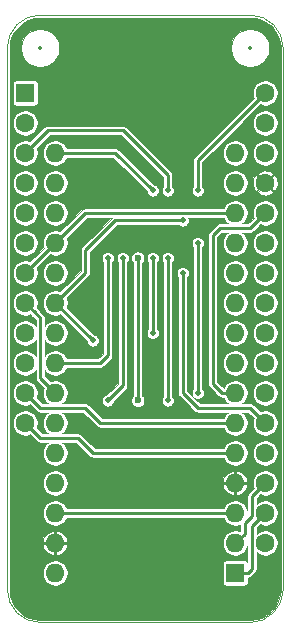
<source format=gbr>
%TF.GenerationSoftware,KiCad,Pcbnew,5.1.5+dfsg1-2~bpo10+1*%
%TF.CreationDate,Date%
%TF.ProjectId,ProMicro_WING,50726f4d-6963-4726-9f5f-57494e472e6b,v1.0*%
%TF.SameCoordinates,Original*%
%TF.FileFunction,Copper,L2,Bot*%
%TF.FilePolarity,Positive*%
%FSLAX45Y45*%
G04 Gerber Fmt 4.5, Leading zero omitted, Abs format (unit mm)*
G04 Created by KiCad*
%MOMM*%
%LPD*%
G04 APERTURE LIST*
%ADD10C,0.050000*%
%ADD11R,1.600000X1.600000*%
%ADD12C,1.600000*%
%ADD13O,1.600000X1.600000*%
%ADD14C,0.500000*%
%ADD15C,0.600000*%
%ADD16C,0.250000*%
%ADD17C,0.125000*%
%ADD18C,0.200000*%
%ADD19C,0.300000*%
%ADD20C,0.350000*%
G04 APERTURE END LIST*
D10*
X-1930400Y4445000D02*
G75*
G02X-1651000Y4724400I279400J0D01*
G01*
X127000Y4724400D02*
G75*
G02X406400Y4445000I0J-279400D01*
G01*
X406400Y-139700D02*
G75*
G02X127000Y-419100I-279400J0D01*
G01*
X-1651000Y-419100D02*
G75*
G02X-1930400Y-139700I0J279400D01*
G01*
X-1930400Y-139700D02*
X-1930400Y4445000D01*
X127000Y-419100D02*
X-1651000Y-419100D01*
X406400Y4445000D02*
X406400Y-139700D01*
X-1651000Y4724400D02*
X127000Y4724400D01*
D11*
X-1778000Y4064000D03*
D12*
X-1778000Y3810000D03*
X-1778000Y3556000D03*
X-1778000Y3302000D03*
X-1778000Y3048000D03*
X-1778000Y2794000D03*
X-1778000Y2540000D03*
X-1778000Y2286000D03*
X-1778000Y2032000D03*
X-1778000Y1778000D03*
X-1778000Y1524000D03*
X-1778000Y1270000D03*
X254000Y254000D03*
X254000Y508000D03*
X254000Y762000D03*
X254000Y1016000D03*
X254000Y1270000D03*
X254000Y1524000D03*
X254000Y1778000D03*
X254000Y2032000D03*
X254000Y2286000D03*
X254000Y2540000D03*
X254000Y2794000D03*
X254000Y3302000D03*
X254000Y3556000D03*
X254000Y3810000D03*
X254000Y4064000D03*
X254000Y3810000D03*
X254000Y3556000D03*
X254000Y3302000D03*
X254000Y3048000D03*
X254000Y2794000D03*
X254000Y2540000D03*
X254000Y2286000D03*
X254000Y2032000D03*
X254000Y1778000D03*
X254000Y1524000D03*
X254000Y1270000D03*
X254000Y1016000D03*
X254000Y762000D03*
X254000Y508000D03*
X254000Y254000D03*
X-1778000Y1270000D03*
X-1778000Y1524000D03*
X-1778000Y1778000D03*
X-1778000Y2032000D03*
X-1778000Y2286000D03*
X-1778000Y2540000D03*
X-1778000Y3556000D03*
X-1778000Y3810000D03*
D11*
X-1778000Y4064000D03*
D13*
X-1524000Y0D03*
X-1524000Y254000D03*
X-1524000Y508000D03*
X0Y2794000D03*
X-1524000Y762000D03*
X0Y2540000D03*
X-1524000Y1016000D03*
X0Y2286000D03*
X-1524000Y1270000D03*
X0Y2032000D03*
X-1524000Y1524000D03*
X0Y1778000D03*
X-1524000Y1778000D03*
X0Y1524000D03*
X-1524000Y2032000D03*
X0Y1270000D03*
X-1524000Y2286000D03*
X0Y1016000D03*
X-1524000Y2540000D03*
X0Y762000D03*
X-1524000Y2794000D03*
X0Y508000D03*
X0Y254000D03*
D11*
X0Y0D03*
D13*
X-1524000Y3556000D03*
X0Y3556000D03*
X-1524000Y0D03*
X0Y3302000D03*
X-1524000Y254000D03*
X0Y3048000D03*
X-1524000Y508000D03*
X0Y2794000D03*
X-1524000Y762000D03*
X0Y2540000D03*
X-1524000Y1016000D03*
X0Y2286000D03*
X-1524000Y1270000D03*
X0Y2032000D03*
X-1524000Y1524000D03*
X0Y1778000D03*
X-1524000Y1778000D03*
X0Y1524000D03*
X0Y1270000D03*
X0Y1016000D03*
X0Y762000D03*
X0Y508000D03*
X-1524000Y3048000D03*
X0Y254000D03*
X-1524000Y3302000D03*
D11*
X0Y0D03*
D14*
X-698500Y1778000D03*
X-508000Y762000D03*
X-1079500Y762000D03*
X-1206500Y2286000D03*
X-444500Y2794000D03*
X-1079500Y2794000D03*
X-1206500Y2921000D03*
X-952500Y3238500D03*
X-444500Y3556000D03*
X-952500Y3619500D03*
X-444500Y4064000D03*
X-952500Y4064000D03*
X-1270000Y1587500D03*
D15*
X-825500Y2667000D03*
X-825500Y1460499D03*
D14*
X-317500Y3238500D03*
X-317500Y2794000D03*
X-317500Y1524000D03*
X-952500Y2667000D03*
X-1079501Y1460500D03*
X-1079500Y2667000D03*
X-698500Y3238500D03*
X-698500Y2667000D03*
X-698500Y2032000D03*
X-1206499Y1968500D03*
X-444500Y2984500D03*
X-444500Y2540000D03*
X-571500Y3238500D03*
X-571500Y2667000D03*
X-571500Y1460500D03*
D16*
X-825500Y2667000D02*
X-825500Y1460499D01*
X-1524000Y508000D02*
X0Y508000D01*
X-317500Y2794000D02*
X-317500Y1524000D01*
X-317500Y3492500D02*
X-317500Y3238500D01*
X254000Y4064000D02*
X-317500Y3492500D01*
X-952500Y2667000D02*
X-952500Y1587501D01*
X-952500Y1587501D02*
X-1079501Y1460500D01*
X-1698000Y2206000D02*
X-1778000Y2286000D01*
X-1651000Y2159000D02*
X-1698000Y2206000D01*
X-1651000Y1651000D02*
X-1651000Y2159000D01*
X-1524000Y1524000D02*
X-1651000Y1651000D01*
X-1079500Y1841500D02*
X-1079500Y2667000D01*
X-1143000Y1778000D02*
X-1079500Y1841500D01*
X-1524000Y1778000D02*
X-1143000Y1778000D01*
X174000Y2968000D02*
X254000Y3048000D01*
X127000Y2921000D02*
X174000Y2968000D01*
X-190500Y2857500D02*
X-127000Y2921000D01*
X-127000Y2921000D02*
X127000Y2921000D01*
X-190500Y1601363D02*
X-190500Y2857500D01*
X-113137Y1524000D02*
X-190500Y1601363D01*
X0Y1524000D02*
X-113137Y1524000D01*
X-1016000Y3556000D02*
X-698500Y3238500D01*
X-1524000Y3556000D02*
X-1016000Y3556000D01*
X-698500Y2667000D02*
X-698500Y2032000D01*
X-1651000Y1397000D02*
X-1778000Y1524000D01*
X-1270000Y1397000D02*
X-1651000Y1397000D01*
X-1143000Y1270000D02*
X-1270000Y1397000D01*
X0Y1270000D02*
X-1143000Y1270000D01*
X-1206500Y1968500D02*
X-1206499Y1968500D01*
X-1524000Y2286000D02*
X-1206500Y1968500D01*
X-479855Y2984500D02*
X-444500Y2984500D01*
X-1016000Y2984500D02*
X-479855Y2984500D01*
X-1270000Y2730500D02*
X-1016000Y2984500D01*
X-1270000Y2540000D02*
X-1270000Y2730500D01*
X-1524000Y2286000D02*
X-1270000Y2540000D01*
X-1651000Y1143000D02*
X-1778000Y1270000D01*
X-1333500Y1143000D02*
X-1651000Y1143000D01*
X-1206500Y1016000D02*
X-1333500Y1143000D01*
X0Y1016000D02*
X-1206500Y1016000D01*
X-444500Y2504645D02*
X-444500Y2540000D01*
X-444500Y1524000D02*
X-444500Y2504645D01*
X-317500Y1397000D02*
X-444500Y1524000D01*
X127000Y1397000D02*
X-317500Y1397000D01*
X254000Y1270000D02*
X127000Y1397000D01*
X-1778000Y2540000D02*
X-1524000Y2794000D01*
X-1270000Y3048000D02*
X0Y3048000D01*
X-1524000Y2794000D02*
X-1270000Y3048000D01*
X141500Y649500D02*
X174000Y682000D01*
X141500Y483000D02*
X141500Y649500D01*
X80000Y421500D02*
X141500Y483000D01*
X80000Y334000D02*
X80000Y421500D01*
X0Y254000D02*
X80000Y334000D01*
X174000Y682000D02*
X254000Y762000D01*
X254000Y508000D02*
X141500Y395500D01*
X141500Y395500D02*
X141500Y36500D01*
X141500Y36500D02*
X105000Y0D01*
X105000Y0D02*
X0Y0D01*
X-571500Y2667000D02*
X-571500Y1460500D01*
X-571500Y3365500D02*
X-571500Y3238500D01*
X-952500Y3746500D02*
X-571500Y3365500D01*
X-1587500Y3746500D02*
X-952500Y3746500D01*
X-1778000Y3556000D02*
X-1587500Y3746500D01*
D17*
G36*
X177122Y4698134D02*
G01*
X225334Y4683577D01*
X269802Y4659934D01*
X308830Y4628103D01*
X340932Y4589298D01*
X364885Y4544998D01*
X379777Y4496888D01*
X385147Y4445800D01*
X385150Y4444955D01*
X385150Y-138660D01*
X380134Y-189822D01*
X365577Y-238034D01*
X341934Y-282502D01*
X310103Y-321530D01*
X271298Y-353632D01*
X226998Y-377585D01*
X178888Y-392477D01*
X127800Y-397847D01*
X126955Y-397850D01*
X-1649961Y-397850D01*
X-1701122Y-392834D01*
X-1749334Y-378277D01*
X-1793801Y-354634D01*
X-1832830Y-322803D01*
X-1864932Y-283998D01*
X-1888885Y-239698D01*
X-1903777Y-191588D01*
X-1909147Y-140500D01*
X-1909150Y-139655D01*
X-1909150Y10465D01*
X-1630250Y10465D01*
X-1630250Y-10465D01*
X-1626167Y-30992D01*
X-1618157Y-50328D01*
X-1606530Y-67730D01*
X-1591730Y-82530D01*
X-1574328Y-94157D01*
X-1554992Y-102167D01*
X-1534465Y-106250D01*
X-1513535Y-106250D01*
X-1493008Y-102167D01*
X-1473672Y-94157D01*
X-1456270Y-82530D01*
X-1441470Y-67730D01*
X-1429842Y-50328D01*
X-1421833Y-30992D01*
X-1417750Y-10465D01*
X-1417750Y10465D01*
X-1421833Y30992D01*
X-1429842Y50328D01*
X-1441470Y67730D01*
X-1456270Y82530D01*
X-1473672Y94157D01*
X-1493008Y102167D01*
X-1513535Y106250D01*
X-1534465Y106250D01*
X-1554992Y102167D01*
X-1574328Y94157D01*
X-1591730Y82530D01*
X-1606530Y67730D01*
X-1618157Y50328D01*
X-1626167Y30992D01*
X-1630250Y10465D01*
X-1909150Y10465D01*
X-1909150Y228793D01*
X-1627217Y228793D01*
X-1623826Y217615D01*
X-1614810Y198839D01*
X-1602303Y182182D01*
X-1586788Y168286D01*
X-1568859Y157684D01*
X-1549207Y150783D01*
X-1532750Y154673D01*
X-1532750Y245250D01*
X-1515250Y245250D01*
X-1515250Y154673D01*
X-1498793Y150783D01*
X-1479141Y157684D01*
X-1461212Y168286D01*
X-1445697Y182182D01*
X-1433190Y198839D01*
X-1424174Y217615D01*
X-1420783Y228793D01*
X-1424697Y245250D01*
X-1515250Y245250D01*
X-1532750Y245250D01*
X-1623303Y245250D01*
X-1627217Y228793D01*
X-1909150Y228793D01*
X-1909150Y279207D01*
X-1627217Y279207D01*
X-1623303Y262750D01*
X-1532750Y262750D01*
X-1532750Y353327D01*
X-1515250Y353327D01*
X-1515250Y262750D01*
X-1424697Y262750D01*
X-1420783Y279207D01*
X-1424174Y290385D01*
X-1433190Y309161D01*
X-1445697Y325818D01*
X-1461212Y339714D01*
X-1479141Y350316D01*
X-1498793Y357217D01*
X-1515250Y353327D01*
X-1532750Y353327D01*
X-1549207Y357217D01*
X-1568859Y350316D01*
X-1586788Y339714D01*
X-1602303Y325818D01*
X-1614810Y309161D01*
X-1623826Y290385D01*
X-1627217Y279207D01*
X-1909150Y279207D01*
X-1909150Y518465D01*
X-1630250Y518465D01*
X-1630250Y497535D01*
X-1626167Y477008D01*
X-1618157Y457672D01*
X-1606530Y440270D01*
X-1591730Y425470D01*
X-1574328Y413842D01*
X-1554992Y405833D01*
X-1534465Y401750D01*
X-1513535Y401750D01*
X-1493008Y405833D01*
X-1473672Y413842D01*
X-1456270Y425470D01*
X-1441470Y440270D01*
X-1429842Y457672D01*
X-1425047Y469250D01*
X-98953Y469250D01*
X-94157Y457672D01*
X-82530Y440270D01*
X-67730Y425470D01*
X-50328Y413842D01*
X-30992Y405833D01*
X-10465Y401750D01*
X10465Y401750D01*
X30992Y405833D01*
X41250Y410082D01*
X41250Y351918D01*
X30992Y356167D01*
X10465Y360250D01*
X-10465Y360250D01*
X-30992Y356167D01*
X-50328Y348158D01*
X-67730Y336530D01*
X-82530Y321730D01*
X-94157Y304328D01*
X-102167Y284992D01*
X-106250Y264465D01*
X-106250Y243535D01*
X-102167Y223008D01*
X-94157Y203672D01*
X-82530Y186270D01*
X-67730Y171470D01*
X-50328Y159843D01*
X-30992Y151833D01*
X-10465Y147750D01*
X10465Y147750D01*
X30992Y151833D01*
X50328Y159843D01*
X67730Y171470D01*
X82530Y186270D01*
X94157Y203672D01*
X102167Y223008D01*
X102750Y225939D01*
X102750Y93123D01*
X101932Y94654D01*
X98651Y98651D01*
X94654Y101932D01*
X90094Y104369D01*
X85146Y105870D01*
X80000Y106377D01*
X-80000Y106377D01*
X-85146Y105870D01*
X-90094Y104369D01*
X-94654Y101932D01*
X-98651Y98651D01*
X-101932Y94654D01*
X-104369Y90094D01*
X-105870Y85146D01*
X-106377Y80000D01*
X-106377Y-80000D01*
X-105870Y-85146D01*
X-104369Y-90094D01*
X-101932Y-94654D01*
X-98651Y-98651D01*
X-94654Y-101932D01*
X-90094Y-104369D01*
X-85146Y-105870D01*
X-80000Y-106377D01*
X80000Y-106377D01*
X85146Y-105870D01*
X90094Y-104369D01*
X94654Y-101932D01*
X98651Y-98651D01*
X101932Y-94654D01*
X104369Y-90094D01*
X105870Y-85146D01*
X106377Y-80000D01*
X106377Y-38802D01*
X106903Y-38750D01*
X112596Y-38189D01*
X119901Y-35974D01*
X126632Y-32375D01*
X132533Y-27533D01*
X133746Y-26054D01*
X167555Y7754D01*
X169033Y8967D01*
X173875Y14867D01*
X177473Y21599D01*
X177483Y21633D01*
X179689Y28904D01*
X180437Y36500D01*
X180250Y38403D01*
X180250Y177490D01*
X186270Y171470D01*
X203672Y159843D01*
X223008Y151833D01*
X243535Y147750D01*
X264465Y147750D01*
X284992Y151833D01*
X304328Y159843D01*
X321730Y171470D01*
X336530Y186270D01*
X348158Y203672D01*
X356167Y223008D01*
X360250Y243535D01*
X360250Y264465D01*
X356167Y284992D01*
X348158Y304328D01*
X336530Y321730D01*
X321730Y336530D01*
X304328Y348158D01*
X284992Y356167D01*
X264465Y360250D01*
X243535Y360250D01*
X223008Y356167D01*
X203672Y348158D01*
X186270Y336530D01*
X180250Y330510D01*
X180250Y379449D01*
X211430Y410629D01*
X223008Y405833D01*
X243535Y401750D01*
X264465Y401750D01*
X284992Y405833D01*
X304328Y413842D01*
X321730Y425470D01*
X336530Y440270D01*
X348158Y457672D01*
X356167Y477008D01*
X360250Y497535D01*
X360250Y518465D01*
X356167Y538992D01*
X348158Y558328D01*
X336530Y575730D01*
X321730Y590530D01*
X304328Y602158D01*
X284992Y610167D01*
X264465Y614250D01*
X243535Y614250D01*
X223008Y610167D01*
X203672Y602158D01*
X186270Y590530D01*
X180250Y584510D01*
X180250Y633449D01*
X202746Y655945D01*
X202746Y655946D01*
X211430Y664629D01*
X223008Y659833D01*
X243535Y655750D01*
X264465Y655750D01*
X284992Y659833D01*
X304328Y667843D01*
X321730Y679470D01*
X336530Y694270D01*
X348158Y711672D01*
X356167Y731008D01*
X360250Y751535D01*
X360250Y772465D01*
X356167Y792992D01*
X348158Y812328D01*
X336530Y829730D01*
X321730Y844530D01*
X304328Y856157D01*
X284992Y864167D01*
X264465Y868250D01*
X243535Y868250D01*
X223008Y864167D01*
X203672Y856157D01*
X186270Y844530D01*
X171470Y829730D01*
X159843Y812328D01*
X151833Y792992D01*
X147750Y772465D01*
X147750Y751535D01*
X151833Y731008D01*
X156629Y719430D01*
X147946Y710746D01*
X147945Y710746D01*
X115445Y678246D01*
X113967Y677033D01*
X109125Y671132D01*
X106969Y667099D01*
X105526Y664401D01*
X103311Y657096D01*
X102562Y649500D01*
X102750Y647596D01*
X102750Y536061D01*
X102167Y538992D01*
X94157Y558328D01*
X82530Y575730D01*
X67730Y590530D01*
X50328Y602158D01*
X30992Y610167D01*
X10465Y614250D01*
X-10465Y614250D01*
X-30992Y610167D01*
X-50328Y602158D01*
X-67730Y590530D01*
X-82530Y575730D01*
X-94157Y558328D01*
X-98953Y546750D01*
X-1425047Y546750D01*
X-1429842Y558328D01*
X-1441470Y575730D01*
X-1456270Y590530D01*
X-1473672Y602158D01*
X-1493008Y610167D01*
X-1513535Y614250D01*
X-1534465Y614250D01*
X-1554992Y610167D01*
X-1574328Y602158D01*
X-1591730Y590530D01*
X-1606530Y575730D01*
X-1618157Y558328D01*
X-1626167Y538992D01*
X-1630250Y518465D01*
X-1909150Y518465D01*
X-1909150Y772465D01*
X-1630250Y772465D01*
X-1630250Y751535D01*
X-1626167Y731008D01*
X-1618157Y711672D01*
X-1606530Y694270D01*
X-1591730Y679470D01*
X-1574328Y667843D01*
X-1554992Y659833D01*
X-1534465Y655750D01*
X-1513535Y655750D01*
X-1493008Y659833D01*
X-1473672Y667843D01*
X-1456270Y679470D01*
X-1441470Y694270D01*
X-1429842Y711672D01*
X-1421833Y731008D01*
X-1420682Y736793D01*
X-103217Y736793D01*
X-99826Y725615D01*
X-90810Y706839D01*
X-78303Y690182D01*
X-62788Y676286D01*
X-44859Y665684D01*
X-25207Y658783D01*
X-8750Y662673D01*
X-8750Y753250D01*
X8750Y753250D01*
X8750Y662673D01*
X25207Y658783D01*
X44859Y665684D01*
X62788Y676286D01*
X78303Y690182D01*
X90810Y706839D01*
X99826Y725615D01*
X103217Y736793D01*
X99303Y753250D01*
X8750Y753250D01*
X-8750Y753250D01*
X-99303Y753250D01*
X-103217Y736793D01*
X-1420682Y736793D01*
X-1417750Y751535D01*
X-1417750Y772465D01*
X-1420682Y787207D01*
X-103217Y787207D01*
X-99303Y770750D01*
X-8750Y770750D01*
X-8750Y861327D01*
X8750Y861327D01*
X8750Y770750D01*
X99303Y770750D01*
X103217Y787207D01*
X99826Y798385D01*
X90810Y817161D01*
X78303Y833818D01*
X62788Y847714D01*
X44859Y858316D01*
X25207Y865217D01*
X8750Y861327D01*
X-8750Y861327D01*
X-25207Y865217D01*
X-44859Y858316D01*
X-62788Y847714D01*
X-78303Y833818D01*
X-90810Y817161D01*
X-99826Y798385D01*
X-103217Y787207D01*
X-1420682Y787207D01*
X-1421833Y792992D01*
X-1429842Y812328D01*
X-1441470Y829730D01*
X-1456270Y844530D01*
X-1473672Y856157D01*
X-1493008Y864167D01*
X-1513535Y868250D01*
X-1534465Y868250D01*
X-1554992Y864167D01*
X-1574328Y856157D01*
X-1591730Y844530D01*
X-1606530Y829730D01*
X-1618157Y812328D01*
X-1626167Y792992D01*
X-1630250Y772465D01*
X-1909150Y772465D01*
X-1909150Y2550465D01*
X-1884250Y2550465D01*
X-1884250Y2529535D01*
X-1880167Y2509008D01*
X-1872157Y2489672D01*
X-1860530Y2472270D01*
X-1845730Y2457470D01*
X-1828328Y2445843D01*
X-1808992Y2437833D01*
X-1788465Y2433750D01*
X-1767535Y2433750D01*
X-1747008Y2437833D01*
X-1727672Y2445843D01*
X-1710270Y2457470D01*
X-1695470Y2472270D01*
X-1683842Y2489672D01*
X-1675833Y2509008D01*
X-1671750Y2529535D01*
X-1671750Y2550465D01*
X-1630250Y2550465D01*
X-1630250Y2529535D01*
X-1626167Y2509008D01*
X-1618157Y2489672D01*
X-1606530Y2472270D01*
X-1591730Y2457470D01*
X-1574328Y2445843D01*
X-1554992Y2437833D01*
X-1534465Y2433750D01*
X-1513535Y2433750D01*
X-1493008Y2437833D01*
X-1473672Y2445843D01*
X-1456270Y2457470D01*
X-1441470Y2472270D01*
X-1429842Y2489672D01*
X-1421833Y2509008D01*
X-1417750Y2529535D01*
X-1417750Y2550465D01*
X-1421833Y2570992D01*
X-1429842Y2590328D01*
X-1441470Y2607730D01*
X-1456270Y2622530D01*
X-1473672Y2634158D01*
X-1493008Y2642167D01*
X-1513535Y2646250D01*
X-1534465Y2646250D01*
X-1554992Y2642167D01*
X-1574328Y2634158D01*
X-1591730Y2622530D01*
X-1606530Y2607730D01*
X-1618157Y2590328D01*
X-1626167Y2570992D01*
X-1630250Y2550465D01*
X-1671750Y2550465D01*
X-1675833Y2570992D01*
X-1680629Y2582570D01*
X-1566570Y2696629D01*
X-1554992Y2691833D01*
X-1534465Y2687750D01*
X-1513535Y2687750D01*
X-1493008Y2691833D01*
X-1473672Y2699843D01*
X-1456270Y2711470D01*
X-1441470Y2726270D01*
X-1429842Y2743672D01*
X-1421833Y2763008D01*
X-1417750Y2783535D01*
X-1417750Y2804465D01*
X-1421833Y2824992D01*
X-1426629Y2836570D01*
X-1253949Y3009250D01*
X-1046051Y3009250D01*
X-1296055Y2759246D01*
X-1297533Y2758033D01*
X-1302375Y2752133D01*
X-1304273Y2748583D01*
X-1305973Y2745401D01*
X-1308189Y2738096D01*
X-1308937Y2730500D01*
X-1308750Y2728596D01*
X-1308750Y2556051D01*
X-1481430Y2383371D01*
X-1493008Y2388167D01*
X-1513535Y2392250D01*
X-1534465Y2392250D01*
X-1554992Y2388167D01*
X-1574328Y2380158D01*
X-1591730Y2368530D01*
X-1606530Y2353730D01*
X-1618157Y2336328D01*
X-1626167Y2316992D01*
X-1630250Y2296465D01*
X-1630250Y2275535D01*
X-1626167Y2255008D01*
X-1618157Y2235672D01*
X-1606530Y2218270D01*
X-1591730Y2203470D01*
X-1574328Y2191843D01*
X-1554992Y2183833D01*
X-1534465Y2179750D01*
X-1513535Y2179750D01*
X-1493008Y2183833D01*
X-1481430Y2188629D01*
X-1257749Y1964948D01*
X-1257749Y1963452D01*
X-1255779Y1953551D01*
X-1251916Y1944224D01*
X-1246307Y1935830D01*
X-1239169Y1928691D01*
X-1230775Y1923083D01*
X-1221448Y1919219D01*
X-1211547Y1917250D01*
X-1201451Y1917250D01*
X-1191550Y1919219D01*
X-1182223Y1923083D01*
X-1173829Y1928691D01*
X-1166690Y1935830D01*
X-1161082Y1944224D01*
X-1157218Y1953551D01*
X-1155249Y1963452D01*
X-1155249Y1973548D01*
X-1157218Y1983449D01*
X-1161082Y1992776D01*
X-1166690Y2001170D01*
X-1173829Y2008308D01*
X-1182223Y2013917D01*
X-1191550Y2017780D01*
X-1201451Y2019750D01*
X-1202949Y2019750D01*
X-1426629Y2243430D01*
X-1421833Y2255008D01*
X-1417750Y2275535D01*
X-1417750Y2296465D01*
X-1421833Y2316992D01*
X-1426629Y2328570D01*
X-1243945Y2511254D01*
X-1242467Y2512467D01*
X-1237625Y2518368D01*
X-1234027Y2525099D01*
X-1231811Y2532404D01*
X-1231250Y2538097D01*
X-1231250Y2538098D01*
X-1231063Y2540000D01*
X-1231250Y2541902D01*
X-1231250Y2714449D01*
X-999949Y2945750D01*
X-478228Y2945750D01*
X-477170Y2944691D01*
X-468776Y2939083D01*
X-459449Y2935219D01*
X-449548Y2933250D01*
X-439452Y2933250D01*
X-429551Y2935219D01*
X-420224Y2939083D01*
X-411830Y2944691D01*
X-404691Y2951830D01*
X-399083Y2960224D01*
X-395219Y2969551D01*
X-393250Y2979452D01*
X-393250Y2989548D01*
X-395219Y2999449D01*
X-399083Y3008776D01*
X-399399Y3009250D01*
X-98953Y3009250D01*
X-94157Y2997672D01*
X-82530Y2980270D01*
X-67730Y2965470D01*
X-59169Y2959750D01*
X-125097Y2959750D01*
X-127000Y2959937D01*
X-134596Y2959189D01*
X-141901Y2956973D01*
X-148633Y2953375D01*
X-154533Y2948533D01*
X-155746Y2947055D01*
X-216555Y2886246D01*
X-218033Y2885033D01*
X-222875Y2879132D01*
X-226473Y2872401D01*
X-228689Y2865096D01*
X-229437Y2857500D01*
X-229250Y2855596D01*
X-229250Y1603266D01*
X-229437Y1601363D01*
X-229250Y1599460D01*
X-228689Y1593767D01*
X-226473Y1586462D01*
X-222875Y1579731D01*
X-218033Y1573830D01*
X-216554Y1572617D01*
X-141883Y1497945D01*
X-140670Y1496467D01*
X-134770Y1491625D01*
X-128038Y1488026D01*
X-123187Y1486555D01*
X-120733Y1485811D01*
X-119956Y1485734D01*
X-115040Y1485250D01*
X-115039Y1485250D01*
X-113137Y1485063D01*
X-111235Y1485250D01*
X-98953Y1485250D01*
X-94157Y1473672D01*
X-82530Y1456270D01*
X-67730Y1441470D01*
X-59169Y1435750D01*
X-301449Y1435750D01*
X-349328Y1483629D01*
X-341776Y1478583D01*
X-332449Y1474719D01*
X-322548Y1472750D01*
X-312452Y1472750D01*
X-302551Y1474719D01*
X-293224Y1478583D01*
X-284830Y1484191D01*
X-277692Y1491330D01*
X-272083Y1499724D01*
X-268220Y1509051D01*
X-266250Y1518952D01*
X-266250Y1529048D01*
X-268220Y1538949D01*
X-272083Y1548276D01*
X-277692Y1556670D01*
X-278750Y1557728D01*
X-278750Y2760272D01*
X-277692Y2761330D01*
X-272083Y2769724D01*
X-268220Y2779051D01*
X-266250Y2788952D01*
X-266250Y2799048D01*
X-268220Y2808949D01*
X-272083Y2818276D01*
X-277692Y2826670D01*
X-284830Y2833808D01*
X-293224Y2839417D01*
X-302551Y2843280D01*
X-312452Y2845250D01*
X-322548Y2845250D01*
X-332449Y2843280D01*
X-341776Y2839417D01*
X-350170Y2833808D01*
X-357308Y2826670D01*
X-362917Y2818276D01*
X-366780Y2808949D01*
X-368750Y2799048D01*
X-368750Y2788952D01*
X-366780Y2779051D01*
X-362917Y2769724D01*
X-357308Y2761330D01*
X-356250Y2760272D01*
X-356250Y1557729D01*
X-357308Y1556670D01*
X-362917Y1548276D01*
X-366780Y1538949D01*
X-368750Y1529048D01*
X-368750Y1518952D01*
X-366780Y1509051D01*
X-362917Y1499724D01*
X-357871Y1492172D01*
X-405750Y1540051D01*
X-405750Y2506272D01*
X-404691Y2507330D01*
X-399083Y2515724D01*
X-395219Y2525051D01*
X-393250Y2534953D01*
X-393250Y2545048D01*
X-395219Y2554949D01*
X-399083Y2564276D01*
X-404691Y2572670D01*
X-411830Y2579809D01*
X-420224Y2585417D01*
X-429551Y2589281D01*
X-439452Y2591250D01*
X-449548Y2591250D01*
X-459449Y2589281D01*
X-468776Y2585417D01*
X-477170Y2579809D01*
X-484308Y2572670D01*
X-489917Y2564276D01*
X-493780Y2554949D01*
X-495750Y2545048D01*
X-495750Y2534953D01*
X-493780Y2525051D01*
X-489917Y2515724D01*
X-484308Y2507330D01*
X-483250Y2506272D01*
X-483250Y2502742D01*
X-483250Y2502741D01*
X-483250Y1525903D01*
X-483437Y1524000D01*
X-483250Y1522097D01*
X-482689Y1516404D01*
X-480473Y1509099D01*
X-476875Y1502368D01*
X-472033Y1496467D01*
X-470554Y1495254D01*
X-346246Y1370945D01*
X-345033Y1369467D01*
X-339133Y1364625D01*
X-332401Y1361027D01*
X-327312Y1359483D01*
X-325096Y1358811D01*
X-324319Y1358734D01*
X-319403Y1358250D01*
X-319402Y1358250D01*
X-317500Y1358063D01*
X-315598Y1358250D01*
X-59169Y1358250D01*
X-67730Y1352530D01*
X-82530Y1337730D01*
X-94157Y1320328D01*
X-98953Y1308750D01*
X-1126949Y1308750D01*
X-1241254Y1423054D01*
X-1242467Y1424533D01*
X-1248368Y1429375D01*
X-1255099Y1432973D01*
X-1262404Y1435189D01*
X-1268097Y1435750D01*
X-1270000Y1435937D01*
X-1271903Y1435750D01*
X-1464830Y1435750D01*
X-1456270Y1441470D01*
X-1441470Y1456270D01*
X-1435271Y1465548D01*
X-1130751Y1465548D01*
X-1130751Y1455452D01*
X-1128782Y1445551D01*
X-1124918Y1436224D01*
X-1119310Y1427830D01*
X-1112171Y1420691D01*
X-1103777Y1415083D01*
X-1094450Y1411219D01*
X-1084549Y1409250D01*
X-1074454Y1409250D01*
X-1064552Y1411219D01*
X-1055225Y1415083D01*
X-1046831Y1420691D01*
X-1039693Y1427830D01*
X-1034084Y1436224D01*
X-1030221Y1445551D01*
X-1028251Y1455452D01*
X-1028251Y1456949D01*
X-926445Y1558755D01*
X-924967Y1559968D01*
X-920125Y1565869D01*
X-916526Y1572600D01*
X-914364Y1579730D01*
X-914311Y1579905D01*
X-914234Y1580682D01*
X-913750Y1585599D01*
X-913750Y1585599D01*
X-913563Y1587501D01*
X-913750Y1589403D01*
X-913750Y2633272D01*
X-912691Y2634330D01*
X-907083Y2642724D01*
X-903219Y2652051D01*
X-901250Y2661952D01*
X-901250Y2672048D01*
X-901348Y2672540D01*
X-881750Y2672540D01*
X-881750Y2661460D01*
X-879588Y2650593D01*
X-875348Y2640356D01*
X-869192Y2631143D01*
X-864250Y2626200D01*
X-864250Y1501299D01*
X-869192Y1496356D01*
X-875348Y1487144D01*
X-879588Y1476907D01*
X-881750Y1466039D01*
X-881750Y1454959D01*
X-879588Y1444092D01*
X-875348Y1433855D01*
X-869192Y1424642D01*
X-861357Y1416807D01*
X-852144Y1410651D01*
X-841907Y1406411D01*
X-831040Y1404249D01*
X-819960Y1404249D01*
X-809092Y1406411D01*
X-798856Y1410651D01*
X-789643Y1416807D01*
X-781808Y1424642D01*
X-775652Y1433855D01*
X-771412Y1444092D01*
X-769250Y1454959D01*
X-769250Y1466039D01*
X-771412Y1476907D01*
X-775652Y1487144D01*
X-781808Y1496356D01*
X-786750Y1501299D01*
X-786750Y2626200D01*
X-781808Y2631143D01*
X-775652Y2640356D01*
X-771412Y2650593D01*
X-769250Y2661460D01*
X-769250Y2672048D01*
X-749750Y2672048D01*
X-749750Y2661952D01*
X-747780Y2652051D01*
X-743917Y2642724D01*
X-738308Y2634330D01*
X-737250Y2633272D01*
X-737250Y2065729D01*
X-738308Y2064670D01*
X-743917Y2056276D01*
X-747780Y2046949D01*
X-749750Y2037048D01*
X-749750Y2026952D01*
X-747780Y2017051D01*
X-743917Y2007724D01*
X-738308Y1999330D01*
X-731170Y1992191D01*
X-722776Y1986583D01*
X-713449Y1982719D01*
X-703548Y1980750D01*
X-693452Y1980750D01*
X-683551Y1982719D01*
X-674224Y1986583D01*
X-665830Y1992191D01*
X-658692Y1999330D01*
X-653083Y2007724D01*
X-649220Y2017051D01*
X-647250Y2026952D01*
X-647250Y2037048D01*
X-649220Y2046949D01*
X-653083Y2056276D01*
X-658692Y2064670D01*
X-659750Y2065728D01*
X-659750Y2633272D01*
X-658692Y2634330D01*
X-653083Y2642724D01*
X-649220Y2652051D01*
X-647250Y2661952D01*
X-647250Y2672048D01*
X-622750Y2672048D01*
X-622750Y2661952D01*
X-620781Y2652051D01*
X-616917Y2642724D01*
X-611309Y2634330D01*
X-610250Y2633272D01*
X-610250Y1494229D01*
X-611309Y1493170D01*
X-616917Y1484776D01*
X-620781Y1475449D01*
X-622750Y1465548D01*
X-622750Y1455452D01*
X-620781Y1445551D01*
X-616917Y1436224D01*
X-611309Y1427830D01*
X-604170Y1420691D01*
X-595776Y1415083D01*
X-586449Y1411219D01*
X-576548Y1409250D01*
X-566452Y1409250D01*
X-556551Y1411219D01*
X-547224Y1415083D01*
X-538830Y1420691D01*
X-531692Y1427830D01*
X-526083Y1436224D01*
X-522219Y1445551D01*
X-520250Y1455452D01*
X-520250Y1465548D01*
X-522219Y1475449D01*
X-526083Y1484776D01*
X-531692Y1493170D01*
X-532750Y1494228D01*
X-532750Y2633272D01*
X-531692Y2634330D01*
X-526083Y2642724D01*
X-522219Y2652051D01*
X-520250Y2661952D01*
X-520250Y2672048D01*
X-522219Y2681949D01*
X-526083Y2691276D01*
X-531692Y2699670D01*
X-538830Y2706809D01*
X-547224Y2712417D01*
X-556551Y2716281D01*
X-566452Y2718250D01*
X-576548Y2718250D01*
X-586449Y2716281D01*
X-595776Y2712417D01*
X-604170Y2706809D01*
X-611309Y2699670D01*
X-616917Y2691276D01*
X-620781Y2681949D01*
X-622750Y2672048D01*
X-647250Y2672048D01*
X-649220Y2681949D01*
X-653083Y2691276D01*
X-658692Y2699670D01*
X-665830Y2706809D01*
X-674224Y2712417D01*
X-683551Y2716281D01*
X-693452Y2718250D01*
X-703548Y2718250D01*
X-713449Y2716281D01*
X-722776Y2712417D01*
X-731170Y2706809D01*
X-738308Y2699670D01*
X-743917Y2691276D01*
X-747780Y2681949D01*
X-749750Y2672048D01*
X-769250Y2672048D01*
X-769250Y2672540D01*
X-771412Y2683408D01*
X-775652Y2693644D01*
X-781808Y2702857D01*
X-789643Y2710692D01*
X-798856Y2716848D01*
X-809092Y2721088D01*
X-819960Y2723250D01*
X-831040Y2723250D01*
X-841907Y2721088D01*
X-852144Y2716848D01*
X-861357Y2710692D01*
X-869192Y2702857D01*
X-875348Y2693644D01*
X-879588Y2683408D01*
X-881750Y2672540D01*
X-901348Y2672540D01*
X-903219Y2681949D01*
X-907083Y2691276D01*
X-912691Y2699670D01*
X-919830Y2706809D01*
X-928224Y2712417D01*
X-937551Y2716281D01*
X-947452Y2718250D01*
X-957548Y2718250D01*
X-967449Y2716281D01*
X-976776Y2712417D01*
X-985170Y2706809D01*
X-992308Y2699670D01*
X-997917Y2691276D01*
X-1001780Y2681949D01*
X-1003750Y2672048D01*
X-1003750Y2661952D01*
X-1001780Y2652051D01*
X-997917Y2642724D01*
X-992308Y2634330D01*
X-991250Y2633272D01*
X-991250Y1603552D01*
X-1083052Y1511750D01*
X-1084549Y1511750D01*
X-1094450Y1509780D01*
X-1103777Y1505917D01*
X-1112171Y1500308D01*
X-1119310Y1493170D01*
X-1124918Y1484776D01*
X-1128782Y1475449D01*
X-1130751Y1465548D01*
X-1435271Y1465548D01*
X-1429842Y1473672D01*
X-1421833Y1493008D01*
X-1417750Y1513535D01*
X-1417750Y1534465D01*
X-1421833Y1554992D01*
X-1429842Y1574328D01*
X-1441470Y1591730D01*
X-1456270Y1606530D01*
X-1473672Y1618157D01*
X-1493008Y1626167D01*
X-1513535Y1630250D01*
X-1534465Y1630250D01*
X-1554992Y1626167D01*
X-1566570Y1621371D01*
X-1612250Y1667051D01*
X-1612250Y1718830D01*
X-1606530Y1710270D01*
X-1591730Y1695470D01*
X-1574328Y1683842D01*
X-1554992Y1675833D01*
X-1534465Y1671750D01*
X-1513535Y1671750D01*
X-1493008Y1675833D01*
X-1473672Y1683842D01*
X-1456270Y1695470D01*
X-1441470Y1710270D01*
X-1429842Y1727672D01*
X-1425047Y1739250D01*
X-1144903Y1739250D01*
X-1143000Y1739063D01*
X-1141097Y1739250D01*
X-1135404Y1739811D01*
X-1128099Y1742026D01*
X-1121368Y1745625D01*
X-1115467Y1750467D01*
X-1114254Y1751945D01*
X-1053445Y1812754D01*
X-1051967Y1813967D01*
X-1047125Y1819867D01*
X-1043526Y1826599D01*
X-1043526Y1826599D01*
X-1041311Y1833904D01*
X-1040563Y1841500D01*
X-1040750Y1843403D01*
X-1040750Y2633272D01*
X-1039691Y2634330D01*
X-1034083Y2642724D01*
X-1030219Y2652051D01*
X-1028250Y2661952D01*
X-1028250Y2672048D01*
X-1030219Y2681949D01*
X-1034083Y2691276D01*
X-1039691Y2699670D01*
X-1046830Y2706809D01*
X-1055224Y2712417D01*
X-1064551Y2716281D01*
X-1074452Y2718250D01*
X-1084548Y2718250D01*
X-1094449Y2716281D01*
X-1103776Y2712417D01*
X-1112170Y2706809D01*
X-1119309Y2699670D01*
X-1124917Y2691276D01*
X-1128781Y2681949D01*
X-1130750Y2672048D01*
X-1130750Y2661952D01*
X-1128781Y2652051D01*
X-1124917Y2642724D01*
X-1119309Y2634330D01*
X-1118250Y2633271D01*
X-1118250Y1857551D01*
X-1159051Y1816750D01*
X-1425047Y1816750D01*
X-1429842Y1828328D01*
X-1441470Y1845730D01*
X-1456270Y1860530D01*
X-1473672Y1872157D01*
X-1493008Y1880167D01*
X-1513535Y1884250D01*
X-1534465Y1884250D01*
X-1554992Y1880167D01*
X-1574328Y1872157D01*
X-1591730Y1860530D01*
X-1606530Y1845730D01*
X-1612250Y1837169D01*
X-1612250Y1972830D01*
X-1606530Y1964270D01*
X-1591730Y1949470D01*
X-1574328Y1937842D01*
X-1554992Y1929833D01*
X-1534465Y1925750D01*
X-1513535Y1925750D01*
X-1493008Y1929833D01*
X-1473672Y1937842D01*
X-1456270Y1949470D01*
X-1441470Y1964270D01*
X-1429842Y1981672D01*
X-1421833Y2001008D01*
X-1417750Y2021535D01*
X-1417750Y2042465D01*
X-1421833Y2062992D01*
X-1429842Y2082328D01*
X-1441470Y2099730D01*
X-1456270Y2114530D01*
X-1473672Y2126158D01*
X-1493008Y2134167D01*
X-1513535Y2138250D01*
X-1534465Y2138250D01*
X-1554992Y2134167D01*
X-1574328Y2126158D01*
X-1591730Y2114530D01*
X-1606530Y2099730D01*
X-1612250Y2091169D01*
X-1612250Y2157097D01*
X-1612063Y2159000D01*
X-1612811Y2166596D01*
X-1615026Y2173901D01*
X-1616280Y2176246D01*
X-1618625Y2180633D01*
X-1623467Y2186533D01*
X-1624945Y2187746D01*
X-1671945Y2234746D01*
X-1680629Y2243430D01*
X-1675833Y2255008D01*
X-1671750Y2275535D01*
X-1671750Y2296465D01*
X-1675833Y2316992D01*
X-1683842Y2336328D01*
X-1695470Y2353730D01*
X-1710270Y2368530D01*
X-1727672Y2380158D01*
X-1747008Y2388167D01*
X-1767535Y2392250D01*
X-1788465Y2392250D01*
X-1808992Y2388167D01*
X-1828328Y2380158D01*
X-1845730Y2368530D01*
X-1860530Y2353730D01*
X-1872157Y2336328D01*
X-1880167Y2316992D01*
X-1884250Y2296465D01*
X-1884250Y2275535D01*
X-1880167Y2255008D01*
X-1872157Y2235672D01*
X-1860530Y2218270D01*
X-1845730Y2203470D01*
X-1828328Y2191843D01*
X-1808992Y2183833D01*
X-1788465Y2179750D01*
X-1767535Y2179750D01*
X-1747008Y2183833D01*
X-1735430Y2188629D01*
X-1726746Y2179945D01*
X-1689750Y2142949D01*
X-1689750Y2091169D01*
X-1695470Y2099730D01*
X-1710270Y2114530D01*
X-1727672Y2126158D01*
X-1747008Y2134167D01*
X-1767535Y2138250D01*
X-1788465Y2138250D01*
X-1808992Y2134167D01*
X-1828328Y2126158D01*
X-1845730Y2114530D01*
X-1860530Y2099730D01*
X-1872157Y2082328D01*
X-1880167Y2062992D01*
X-1884250Y2042465D01*
X-1884250Y2021535D01*
X-1880167Y2001008D01*
X-1872157Y1981672D01*
X-1860530Y1964270D01*
X-1845730Y1949470D01*
X-1828328Y1937842D01*
X-1808992Y1929833D01*
X-1788465Y1925750D01*
X-1767535Y1925750D01*
X-1747008Y1929833D01*
X-1727672Y1937842D01*
X-1710270Y1949470D01*
X-1695470Y1964270D01*
X-1689750Y1972831D01*
X-1689750Y1837169D01*
X-1695470Y1845730D01*
X-1710270Y1860530D01*
X-1727672Y1872157D01*
X-1747008Y1880167D01*
X-1767535Y1884250D01*
X-1788465Y1884250D01*
X-1808992Y1880167D01*
X-1828328Y1872157D01*
X-1845730Y1860530D01*
X-1860530Y1845730D01*
X-1872157Y1828328D01*
X-1880167Y1808992D01*
X-1884250Y1788465D01*
X-1884250Y1767535D01*
X-1880167Y1747008D01*
X-1872157Y1727672D01*
X-1860530Y1710270D01*
X-1845730Y1695470D01*
X-1828328Y1683842D01*
X-1808992Y1675833D01*
X-1788465Y1671750D01*
X-1767535Y1671750D01*
X-1747008Y1675833D01*
X-1727672Y1683842D01*
X-1710270Y1695470D01*
X-1695470Y1710270D01*
X-1689750Y1718831D01*
X-1689750Y1652903D01*
X-1689937Y1651000D01*
X-1689750Y1649097D01*
X-1689189Y1643404D01*
X-1686973Y1636099D01*
X-1683375Y1629368D01*
X-1678533Y1623467D01*
X-1677054Y1622254D01*
X-1621371Y1566570D01*
X-1626167Y1554992D01*
X-1630250Y1534465D01*
X-1630250Y1513535D01*
X-1626167Y1493008D01*
X-1618157Y1473672D01*
X-1606530Y1456270D01*
X-1591730Y1441470D01*
X-1583169Y1435750D01*
X-1634949Y1435750D01*
X-1680629Y1481430D01*
X-1675833Y1493008D01*
X-1671750Y1513535D01*
X-1671750Y1534465D01*
X-1675833Y1554992D01*
X-1683842Y1574328D01*
X-1695470Y1591730D01*
X-1710270Y1606530D01*
X-1727672Y1618157D01*
X-1747008Y1626167D01*
X-1767535Y1630250D01*
X-1788465Y1630250D01*
X-1808992Y1626167D01*
X-1828328Y1618157D01*
X-1845730Y1606530D01*
X-1860530Y1591730D01*
X-1872157Y1574328D01*
X-1880167Y1554992D01*
X-1884250Y1534465D01*
X-1884250Y1513535D01*
X-1880167Y1493008D01*
X-1872157Y1473672D01*
X-1860530Y1456270D01*
X-1845730Y1441470D01*
X-1828328Y1429842D01*
X-1808992Y1421833D01*
X-1788465Y1417750D01*
X-1767535Y1417750D01*
X-1747008Y1421833D01*
X-1735430Y1426629D01*
X-1679746Y1370945D01*
X-1678533Y1369467D01*
X-1672632Y1364625D01*
X-1665901Y1361027D01*
X-1660812Y1359483D01*
X-1658596Y1358811D01*
X-1657819Y1358734D01*
X-1652903Y1358250D01*
X-1652902Y1358250D01*
X-1651000Y1358063D01*
X-1649098Y1358250D01*
X-1583169Y1358250D01*
X-1591730Y1352530D01*
X-1606530Y1337730D01*
X-1618157Y1320328D01*
X-1626167Y1300992D01*
X-1630250Y1280465D01*
X-1630250Y1259535D01*
X-1626167Y1239008D01*
X-1618157Y1219672D01*
X-1606530Y1202270D01*
X-1591730Y1187470D01*
X-1583169Y1181750D01*
X-1634949Y1181750D01*
X-1680629Y1227430D01*
X-1675833Y1239008D01*
X-1671750Y1259535D01*
X-1671750Y1280465D01*
X-1675833Y1300992D01*
X-1683842Y1320328D01*
X-1695470Y1337730D01*
X-1710270Y1352530D01*
X-1727672Y1364158D01*
X-1747008Y1372167D01*
X-1767535Y1376250D01*
X-1788465Y1376250D01*
X-1808992Y1372167D01*
X-1828328Y1364158D01*
X-1845730Y1352530D01*
X-1860530Y1337730D01*
X-1872157Y1320328D01*
X-1880167Y1300992D01*
X-1884250Y1280465D01*
X-1884250Y1259535D01*
X-1880167Y1239008D01*
X-1872157Y1219672D01*
X-1860530Y1202270D01*
X-1845730Y1187470D01*
X-1828328Y1175843D01*
X-1808992Y1167833D01*
X-1788465Y1163750D01*
X-1767535Y1163750D01*
X-1747008Y1167833D01*
X-1735430Y1172629D01*
X-1679746Y1116945D01*
X-1678533Y1115467D01*
X-1672632Y1110625D01*
X-1665901Y1107027D01*
X-1660812Y1105483D01*
X-1658596Y1104811D01*
X-1657819Y1104734D01*
X-1652903Y1104250D01*
X-1652902Y1104250D01*
X-1651000Y1104063D01*
X-1649098Y1104250D01*
X-1583169Y1104250D01*
X-1591730Y1098530D01*
X-1606530Y1083730D01*
X-1618157Y1066328D01*
X-1626167Y1046992D01*
X-1630250Y1026465D01*
X-1630250Y1005535D01*
X-1626167Y985008D01*
X-1618157Y965672D01*
X-1606530Y948270D01*
X-1591730Y933470D01*
X-1574328Y921842D01*
X-1554992Y913833D01*
X-1534465Y909750D01*
X-1513535Y909750D01*
X-1493008Y913833D01*
X-1473672Y921842D01*
X-1456270Y933470D01*
X-1441470Y948270D01*
X-1429842Y965672D01*
X-1421833Y985008D01*
X-1417750Y1005535D01*
X-1417750Y1026465D01*
X-1421833Y1046992D01*
X-1429842Y1066328D01*
X-1441470Y1083730D01*
X-1456270Y1098530D01*
X-1464830Y1104250D01*
X-1349551Y1104250D01*
X-1235246Y989945D01*
X-1234033Y988467D01*
X-1228133Y983625D01*
X-1221401Y980026D01*
X-1216312Y978483D01*
X-1214096Y977811D01*
X-1213319Y977734D01*
X-1208403Y977250D01*
X-1208402Y977250D01*
X-1206500Y977063D01*
X-1204598Y977250D01*
X-98953Y977250D01*
X-94157Y965672D01*
X-82530Y948270D01*
X-67730Y933470D01*
X-50328Y921842D01*
X-30992Y913833D01*
X-10465Y909750D01*
X10465Y909750D01*
X30992Y913833D01*
X50328Y921842D01*
X67730Y933470D01*
X82530Y948270D01*
X94157Y965672D01*
X102167Y985008D01*
X106250Y1005535D01*
X106250Y1026465D01*
X147750Y1026465D01*
X147750Y1005535D01*
X151833Y985008D01*
X159843Y965672D01*
X171470Y948270D01*
X186270Y933470D01*
X203672Y921842D01*
X223008Y913833D01*
X243535Y909750D01*
X264465Y909750D01*
X284992Y913833D01*
X304328Y921842D01*
X321730Y933470D01*
X336530Y948270D01*
X348158Y965672D01*
X356167Y985008D01*
X360250Y1005535D01*
X360250Y1026465D01*
X356167Y1046992D01*
X348158Y1066328D01*
X336530Y1083730D01*
X321730Y1098530D01*
X304328Y1110158D01*
X284992Y1118167D01*
X264465Y1122250D01*
X243535Y1122250D01*
X223008Y1118167D01*
X203672Y1110158D01*
X186270Y1098530D01*
X171470Y1083730D01*
X159843Y1066328D01*
X151833Y1046992D01*
X147750Y1026465D01*
X106250Y1026465D01*
X102167Y1046992D01*
X94157Y1066328D01*
X82530Y1083730D01*
X67730Y1098530D01*
X50328Y1110158D01*
X30992Y1118167D01*
X10465Y1122250D01*
X-10465Y1122250D01*
X-30992Y1118167D01*
X-50328Y1110158D01*
X-67730Y1098530D01*
X-82530Y1083730D01*
X-94157Y1066328D01*
X-98953Y1054750D01*
X-1190449Y1054750D01*
X-1304754Y1169055D01*
X-1305967Y1170533D01*
X-1311868Y1175375D01*
X-1318599Y1178974D01*
X-1325904Y1181189D01*
X-1331597Y1181750D01*
X-1333500Y1181937D01*
X-1335403Y1181750D01*
X-1464830Y1181750D01*
X-1456270Y1187470D01*
X-1441470Y1202270D01*
X-1429842Y1219672D01*
X-1421833Y1239008D01*
X-1417750Y1259535D01*
X-1417750Y1280465D01*
X-1421833Y1300992D01*
X-1429842Y1320328D01*
X-1441470Y1337730D01*
X-1456270Y1352530D01*
X-1464830Y1358250D01*
X-1286051Y1358250D01*
X-1171746Y1243945D01*
X-1170533Y1242467D01*
X-1164633Y1237625D01*
X-1157901Y1234027D01*
X-1152812Y1232483D01*
X-1150596Y1231811D01*
X-1149819Y1231734D01*
X-1144903Y1231250D01*
X-1144902Y1231250D01*
X-1143000Y1231063D01*
X-1141098Y1231250D01*
X-98953Y1231250D01*
X-94157Y1219672D01*
X-82530Y1202270D01*
X-67730Y1187470D01*
X-50328Y1175843D01*
X-30992Y1167833D01*
X-10465Y1163750D01*
X10465Y1163750D01*
X30992Y1167833D01*
X50328Y1175843D01*
X67730Y1187470D01*
X82530Y1202270D01*
X94157Y1219672D01*
X102167Y1239008D01*
X106250Y1259535D01*
X106250Y1280465D01*
X102167Y1300992D01*
X94157Y1320328D01*
X82530Y1337730D01*
X67730Y1352530D01*
X59169Y1358250D01*
X110949Y1358250D01*
X156629Y1312570D01*
X151833Y1300992D01*
X147750Y1280465D01*
X147750Y1259535D01*
X151833Y1239008D01*
X159843Y1219672D01*
X171470Y1202270D01*
X186270Y1187470D01*
X203672Y1175843D01*
X223008Y1167833D01*
X243535Y1163750D01*
X264465Y1163750D01*
X284992Y1167833D01*
X304328Y1175843D01*
X321730Y1187470D01*
X336530Y1202270D01*
X348158Y1219672D01*
X356167Y1239008D01*
X360250Y1259535D01*
X360250Y1280465D01*
X356167Y1300992D01*
X348158Y1320328D01*
X336530Y1337730D01*
X321730Y1352530D01*
X304328Y1364158D01*
X284992Y1372167D01*
X264465Y1376250D01*
X243535Y1376250D01*
X223008Y1372167D01*
X211430Y1367371D01*
X155746Y1423054D01*
X154533Y1424533D01*
X148633Y1429375D01*
X141901Y1432973D01*
X134596Y1435189D01*
X128903Y1435750D01*
X127000Y1435937D01*
X125097Y1435750D01*
X59169Y1435750D01*
X67730Y1441470D01*
X82530Y1456270D01*
X94157Y1473672D01*
X102167Y1493008D01*
X106250Y1513535D01*
X106250Y1534465D01*
X147750Y1534465D01*
X147750Y1513535D01*
X151833Y1493008D01*
X159843Y1473672D01*
X171470Y1456270D01*
X186270Y1441470D01*
X203672Y1429842D01*
X223008Y1421833D01*
X243535Y1417750D01*
X264465Y1417750D01*
X284992Y1421833D01*
X304328Y1429842D01*
X321730Y1441470D01*
X336530Y1456270D01*
X348158Y1473672D01*
X356167Y1493008D01*
X360250Y1513535D01*
X360250Y1534465D01*
X356167Y1554992D01*
X348158Y1574328D01*
X336530Y1591730D01*
X321730Y1606530D01*
X304328Y1618157D01*
X284992Y1626167D01*
X264465Y1630250D01*
X243535Y1630250D01*
X223008Y1626167D01*
X203672Y1618157D01*
X186270Y1606530D01*
X171470Y1591730D01*
X159843Y1574328D01*
X151833Y1554992D01*
X147750Y1534465D01*
X106250Y1534465D01*
X102167Y1554992D01*
X94157Y1574328D01*
X82530Y1591730D01*
X67730Y1606530D01*
X50328Y1618157D01*
X30992Y1626167D01*
X10465Y1630250D01*
X-10465Y1630250D01*
X-30992Y1626167D01*
X-50328Y1618157D01*
X-67730Y1606530D01*
X-82530Y1591730D01*
X-94157Y1574328D01*
X-98406Y1564070D01*
X-151750Y1617414D01*
X-151750Y1788465D01*
X-106250Y1788465D01*
X-106250Y1767535D01*
X-102167Y1747008D01*
X-94157Y1727672D01*
X-82530Y1710270D01*
X-67730Y1695470D01*
X-50328Y1683842D01*
X-30992Y1675833D01*
X-10465Y1671750D01*
X10465Y1671750D01*
X30992Y1675833D01*
X50328Y1683842D01*
X67730Y1695470D01*
X82530Y1710270D01*
X94157Y1727672D01*
X102167Y1747008D01*
X106250Y1767535D01*
X106250Y1788465D01*
X147750Y1788465D01*
X147750Y1767535D01*
X151833Y1747008D01*
X159843Y1727672D01*
X171470Y1710270D01*
X186270Y1695470D01*
X203672Y1683842D01*
X223008Y1675833D01*
X243535Y1671750D01*
X264465Y1671750D01*
X284992Y1675833D01*
X304328Y1683842D01*
X321730Y1695470D01*
X336530Y1710270D01*
X348158Y1727672D01*
X356167Y1747008D01*
X360250Y1767535D01*
X360250Y1788465D01*
X356167Y1808992D01*
X348158Y1828328D01*
X336530Y1845730D01*
X321730Y1860530D01*
X304328Y1872157D01*
X284992Y1880167D01*
X264465Y1884250D01*
X243535Y1884250D01*
X223008Y1880167D01*
X203672Y1872157D01*
X186270Y1860530D01*
X171470Y1845730D01*
X159843Y1828328D01*
X151833Y1808992D01*
X147750Y1788465D01*
X106250Y1788465D01*
X102167Y1808992D01*
X94157Y1828328D01*
X82530Y1845730D01*
X67730Y1860530D01*
X50328Y1872157D01*
X30992Y1880167D01*
X10465Y1884250D01*
X-10465Y1884250D01*
X-30992Y1880167D01*
X-50328Y1872157D01*
X-67730Y1860530D01*
X-82530Y1845730D01*
X-94157Y1828328D01*
X-102167Y1808992D01*
X-106250Y1788465D01*
X-151750Y1788465D01*
X-151750Y2042465D01*
X-106250Y2042465D01*
X-106250Y2021535D01*
X-102167Y2001008D01*
X-94157Y1981672D01*
X-82530Y1964270D01*
X-67730Y1949470D01*
X-50328Y1937842D01*
X-30992Y1929833D01*
X-10465Y1925750D01*
X10465Y1925750D01*
X30992Y1929833D01*
X50328Y1937842D01*
X67730Y1949470D01*
X82530Y1964270D01*
X94157Y1981672D01*
X102167Y2001008D01*
X106250Y2021535D01*
X106250Y2042465D01*
X147750Y2042465D01*
X147750Y2021535D01*
X151833Y2001008D01*
X159843Y1981672D01*
X171470Y1964270D01*
X186270Y1949470D01*
X203672Y1937842D01*
X223008Y1929833D01*
X243535Y1925750D01*
X264465Y1925750D01*
X284992Y1929833D01*
X304328Y1937842D01*
X321730Y1949470D01*
X336530Y1964270D01*
X348158Y1981672D01*
X356167Y2001008D01*
X360250Y2021535D01*
X360250Y2042465D01*
X356167Y2062992D01*
X348158Y2082328D01*
X336530Y2099730D01*
X321730Y2114530D01*
X304328Y2126158D01*
X284992Y2134167D01*
X264465Y2138250D01*
X243535Y2138250D01*
X223008Y2134167D01*
X203672Y2126158D01*
X186270Y2114530D01*
X171470Y2099730D01*
X159843Y2082328D01*
X151833Y2062992D01*
X147750Y2042465D01*
X106250Y2042465D01*
X102167Y2062992D01*
X94157Y2082328D01*
X82530Y2099730D01*
X67730Y2114530D01*
X50328Y2126158D01*
X30992Y2134167D01*
X10465Y2138250D01*
X-10465Y2138250D01*
X-30992Y2134167D01*
X-50328Y2126158D01*
X-67730Y2114530D01*
X-82530Y2099730D01*
X-94157Y2082328D01*
X-102167Y2062992D01*
X-106250Y2042465D01*
X-151750Y2042465D01*
X-151750Y2296465D01*
X-106250Y2296465D01*
X-106250Y2275535D01*
X-102167Y2255008D01*
X-94157Y2235672D01*
X-82530Y2218270D01*
X-67730Y2203470D01*
X-50328Y2191843D01*
X-30992Y2183833D01*
X-10465Y2179750D01*
X10465Y2179750D01*
X30992Y2183833D01*
X50328Y2191843D01*
X67730Y2203470D01*
X82530Y2218270D01*
X94157Y2235672D01*
X102167Y2255008D01*
X106250Y2275535D01*
X106250Y2296465D01*
X147750Y2296465D01*
X147750Y2275535D01*
X151833Y2255008D01*
X159843Y2235672D01*
X171470Y2218270D01*
X186270Y2203470D01*
X203672Y2191843D01*
X223008Y2183833D01*
X243535Y2179750D01*
X264465Y2179750D01*
X284992Y2183833D01*
X304328Y2191843D01*
X321730Y2203470D01*
X336530Y2218270D01*
X348158Y2235672D01*
X356167Y2255008D01*
X360250Y2275535D01*
X360250Y2296465D01*
X356167Y2316992D01*
X348158Y2336328D01*
X336530Y2353730D01*
X321730Y2368530D01*
X304328Y2380158D01*
X284992Y2388167D01*
X264465Y2392250D01*
X243535Y2392250D01*
X223008Y2388167D01*
X203672Y2380158D01*
X186270Y2368530D01*
X171470Y2353730D01*
X159843Y2336328D01*
X151833Y2316992D01*
X147750Y2296465D01*
X106250Y2296465D01*
X102167Y2316992D01*
X94157Y2336328D01*
X82530Y2353730D01*
X67730Y2368530D01*
X50328Y2380158D01*
X30992Y2388167D01*
X10465Y2392250D01*
X-10465Y2392250D01*
X-30992Y2388167D01*
X-50328Y2380158D01*
X-67730Y2368530D01*
X-82530Y2353730D01*
X-94157Y2336328D01*
X-102167Y2316992D01*
X-106250Y2296465D01*
X-151750Y2296465D01*
X-151750Y2550465D01*
X-106250Y2550465D01*
X-106250Y2529535D01*
X-102167Y2509008D01*
X-94157Y2489672D01*
X-82530Y2472270D01*
X-67730Y2457470D01*
X-50328Y2445843D01*
X-30992Y2437833D01*
X-10465Y2433750D01*
X10465Y2433750D01*
X30992Y2437833D01*
X50328Y2445843D01*
X67730Y2457470D01*
X82530Y2472270D01*
X94157Y2489672D01*
X102167Y2509008D01*
X106250Y2529535D01*
X106250Y2550465D01*
X147750Y2550465D01*
X147750Y2529535D01*
X151833Y2509008D01*
X159843Y2489672D01*
X171470Y2472270D01*
X186270Y2457470D01*
X203672Y2445843D01*
X223008Y2437833D01*
X243535Y2433750D01*
X264465Y2433750D01*
X284992Y2437833D01*
X304328Y2445843D01*
X321730Y2457470D01*
X336530Y2472270D01*
X348158Y2489672D01*
X356167Y2509008D01*
X360250Y2529535D01*
X360250Y2550465D01*
X356167Y2570992D01*
X348158Y2590328D01*
X336530Y2607730D01*
X321730Y2622530D01*
X304328Y2634158D01*
X284992Y2642167D01*
X264465Y2646250D01*
X243535Y2646250D01*
X223008Y2642167D01*
X203672Y2634158D01*
X186270Y2622530D01*
X171470Y2607730D01*
X159843Y2590328D01*
X151833Y2570992D01*
X147750Y2550465D01*
X106250Y2550465D01*
X102167Y2570992D01*
X94157Y2590328D01*
X82530Y2607730D01*
X67730Y2622530D01*
X50328Y2634158D01*
X30992Y2642167D01*
X10465Y2646250D01*
X-10465Y2646250D01*
X-30992Y2642167D01*
X-50328Y2634158D01*
X-67730Y2622530D01*
X-82530Y2607730D01*
X-94157Y2590328D01*
X-102167Y2570992D01*
X-106250Y2550465D01*
X-151750Y2550465D01*
X-151750Y2841449D01*
X-110949Y2882250D01*
X-59169Y2882250D01*
X-67730Y2876530D01*
X-82530Y2861730D01*
X-94157Y2844328D01*
X-102167Y2824992D01*
X-106250Y2804465D01*
X-106250Y2783535D01*
X-102167Y2763008D01*
X-94157Y2743672D01*
X-82530Y2726270D01*
X-67730Y2711470D01*
X-50328Y2699843D01*
X-30992Y2691833D01*
X-10465Y2687750D01*
X10465Y2687750D01*
X30992Y2691833D01*
X50328Y2699843D01*
X67730Y2711470D01*
X82530Y2726270D01*
X94157Y2743672D01*
X102167Y2763008D01*
X106250Y2783535D01*
X106250Y2804465D01*
X147750Y2804465D01*
X147750Y2783535D01*
X151833Y2763008D01*
X159843Y2743672D01*
X171470Y2726270D01*
X186270Y2711470D01*
X203672Y2699843D01*
X223008Y2691833D01*
X243535Y2687750D01*
X264465Y2687750D01*
X284992Y2691833D01*
X304328Y2699843D01*
X321730Y2711470D01*
X336530Y2726270D01*
X348158Y2743672D01*
X356167Y2763008D01*
X360250Y2783535D01*
X360250Y2804465D01*
X356167Y2824992D01*
X348158Y2844328D01*
X336530Y2861730D01*
X321730Y2876530D01*
X304328Y2888157D01*
X284992Y2896167D01*
X264465Y2900250D01*
X243535Y2900250D01*
X223008Y2896167D01*
X203672Y2888157D01*
X186270Y2876530D01*
X171470Y2861730D01*
X159843Y2844328D01*
X151833Y2824992D01*
X147750Y2804465D01*
X106250Y2804465D01*
X102167Y2824992D01*
X94157Y2844328D01*
X82530Y2861730D01*
X67730Y2876530D01*
X59169Y2882250D01*
X125097Y2882250D01*
X127000Y2882063D01*
X128903Y2882250D01*
X134596Y2882811D01*
X141901Y2885026D01*
X148633Y2888625D01*
X154533Y2893467D01*
X155746Y2894945D01*
X202746Y2941945D01*
X202746Y2941946D01*
X211430Y2950629D01*
X223008Y2945833D01*
X243535Y2941750D01*
X264465Y2941750D01*
X284992Y2945833D01*
X304328Y2953842D01*
X321730Y2965470D01*
X336530Y2980270D01*
X348158Y2997672D01*
X356167Y3017008D01*
X360250Y3037535D01*
X360250Y3058465D01*
X356167Y3078992D01*
X348158Y3098328D01*
X336530Y3115730D01*
X321730Y3130530D01*
X304328Y3142157D01*
X284992Y3150167D01*
X264465Y3154250D01*
X243535Y3154250D01*
X223008Y3150167D01*
X203672Y3142157D01*
X186270Y3130530D01*
X171470Y3115730D01*
X159843Y3098328D01*
X151833Y3078992D01*
X147750Y3058465D01*
X147750Y3037535D01*
X151833Y3017008D01*
X156629Y3005430D01*
X147946Y2996746D01*
X147945Y2996746D01*
X110949Y2959750D01*
X59169Y2959750D01*
X67730Y2965470D01*
X82530Y2980270D01*
X94157Y2997672D01*
X102167Y3017008D01*
X106250Y3037535D01*
X106250Y3058465D01*
X102167Y3078992D01*
X94157Y3098328D01*
X82530Y3115730D01*
X67730Y3130530D01*
X50328Y3142157D01*
X30992Y3150167D01*
X10465Y3154250D01*
X-10465Y3154250D01*
X-30992Y3150167D01*
X-50328Y3142157D01*
X-67730Y3130530D01*
X-82530Y3115730D01*
X-94157Y3098328D01*
X-98953Y3086750D01*
X-1268098Y3086750D01*
X-1270000Y3086937D01*
X-1271902Y3086750D01*
X-1271903Y3086750D01*
X-1276819Y3086266D01*
X-1277596Y3086189D01*
X-1279812Y3085517D01*
X-1284901Y3083973D01*
X-1291633Y3080375D01*
X-1297533Y3075533D01*
X-1298746Y3074054D01*
X-1481430Y2891371D01*
X-1493008Y2896167D01*
X-1513535Y2900250D01*
X-1534465Y2900250D01*
X-1554992Y2896167D01*
X-1574328Y2888157D01*
X-1591730Y2876530D01*
X-1606530Y2861730D01*
X-1618157Y2844328D01*
X-1626167Y2824992D01*
X-1630250Y2804465D01*
X-1630250Y2783535D01*
X-1626167Y2763008D01*
X-1621371Y2751430D01*
X-1735430Y2637371D01*
X-1747008Y2642167D01*
X-1767535Y2646250D01*
X-1788465Y2646250D01*
X-1808992Y2642167D01*
X-1828328Y2634158D01*
X-1845730Y2622530D01*
X-1860530Y2607730D01*
X-1872157Y2590328D01*
X-1880167Y2570992D01*
X-1884250Y2550465D01*
X-1909150Y2550465D01*
X-1909150Y2804465D01*
X-1884250Y2804465D01*
X-1884250Y2783535D01*
X-1880167Y2763008D01*
X-1872157Y2743672D01*
X-1860530Y2726270D01*
X-1845730Y2711470D01*
X-1828328Y2699843D01*
X-1808992Y2691833D01*
X-1788465Y2687750D01*
X-1767535Y2687750D01*
X-1747008Y2691833D01*
X-1727672Y2699843D01*
X-1710270Y2711470D01*
X-1695470Y2726270D01*
X-1683842Y2743672D01*
X-1675833Y2763008D01*
X-1671750Y2783535D01*
X-1671750Y2804465D01*
X-1675833Y2824992D01*
X-1683842Y2844328D01*
X-1695470Y2861730D01*
X-1710270Y2876530D01*
X-1727672Y2888157D01*
X-1747008Y2896167D01*
X-1767535Y2900250D01*
X-1788465Y2900250D01*
X-1808992Y2896167D01*
X-1828328Y2888157D01*
X-1845730Y2876530D01*
X-1860530Y2861730D01*
X-1872157Y2844328D01*
X-1880167Y2824992D01*
X-1884250Y2804465D01*
X-1909150Y2804465D01*
X-1909150Y3058465D01*
X-1884250Y3058465D01*
X-1884250Y3037535D01*
X-1880167Y3017008D01*
X-1872157Y2997672D01*
X-1860530Y2980270D01*
X-1845730Y2965470D01*
X-1828328Y2953842D01*
X-1808992Y2945833D01*
X-1788465Y2941750D01*
X-1767535Y2941750D01*
X-1747008Y2945833D01*
X-1727672Y2953842D01*
X-1710270Y2965470D01*
X-1695470Y2980270D01*
X-1683842Y2997672D01*
X-1675833Y3017008D01*
X-1671750Y3037535D01*
X-1671750Y3058465D01*
X-1630250Y3058465D01*
X-1630250Y3037535D01*
X-1626167Y3017008D01*
X-1618157Y2997672D01*
X-1606530Y2980270D01*
X-1591730Y2965470D01*
X-1574328Y2953842D01*
X-1554992Y2945833D01*
X-1534465Y2941750D01*
X-1513535Y2941750D01*
X-1493008Y2945833D01*
X-1473672Y2953842D01*
X-1456270Y2965470D01*
X-1441470Y2980270D01*
X-1429842Y2997672D01*
X-1421833Y3017008D01*
X-1417750Y3037535D01*
X-1417750Y3058465D01*
X-1421833Y3078992D01*
X-1429842Y3098328D01*
X-1441470Y3115730D01*
X-1456270Y3130530D01*
X-1473672Y3142157D01*
X-1493008Y3150167D01*
X-1513535Y3154250D01*
X-1534465Y3154250D01*
X-1554992Y3150167D01*
X-1574328Y3142157D01*
X-1591730Y3130530D01*
X-1606530Y3115730D01*
X-1618157Y3098328D01*
X-1626167Y3078992D01*
X-1630250Y3058465D01*
X-1671750Y3058465D01*
X-1675833Y3078992D01*
X-1683842Y3098328D01*
X-1695470Y3115730D01*
X-1710270Y3130530D01*
X-1727672Y3142157D01*
X-1747008Y3150167D01*
X-1767535Y3154250D01*
X-1788465Y3154250D01*
X-1808992Y3150167D01*
X-1828328Y3142157D01*
X-1845730Y3130530D01*
X-1860530Y3115730D01*
X-1872157Y3098328D01*
X-1880167Y3078992D01*
X-1884250Y3058465D01*
X-1909150Y3058465D01*
X-1909150Y3312465D01*
X-1884250Y3312465D01*
X-1884250Y3291535D01*
X-1880167Y3271008D01*
X-1872157Y3251672D01*
X-1860530Y3234270D01*
X-1845730Y3219470D01*
X-1828328Y3207842D01*
X-1808992Y3199833D01*
X-1788465Y3195750D01*
X-1767535Y3195750D01*
X-1747008Y3199833D01*
X-1727672Y3207842D01*
X-1710270Y3219470D01*
X-1695470Y3234270D01*
X-1683842Y3251672D01*
X-1675833Y3271008D01*
X-1671750Y3291535D01*
X-1671750Y3312465D01*
X-1630250Y3312465D01*
X-1630250Y3291535D01*
X-1626167Y3271008D01*
X-1618157Y3251672D01*
X-1606530Y3234270D01*
X-1591730Y3219470D01*
X-1574328Y3207842D01*
X-1554992Y3199833D01*
X-1534465Y3195750D01*
X-1513535Y3195750D01*
X-1493008Y3199833D01*
X-1473672Y3207842D01*
X-1456270Y3219470D01*
X-1441470Y3234270D01*
X-1429842Y3251672D01*
X-1421833Y3271008D01*
X-1417750Y3291535D01*
X-1417750Y3312465D01*
X-1421833Y3332992D01*
X-1429842Y3352328D01*
X-1441470Y3369730D01*
X-1456270Y3384530D01*
X-1473672Y3396157D01*
X-1493008Y3404167D01*
X-1513535Y3408250D01*
X-1534465Y3408250D01*
X-1554992Y3404167D01*
X-1574328Y3396157D01*
X-1591730Y3384530D01*
X-1606530Y3369730D01*
X-1618157Y3352328D01*
X-1626167Y3332992D01*
X-1630250Y3312465D01*
X-1671750Y3312465D01*
X-1675833Y3332992D01*
X-1683842Y3352328D01*
X-1695470Y3369730D01*
X-1710270Y3384530D01*
X-1727672Y3396157D01*
X-1747008Y3404167D01*
X-1767535Y3408250D01*
X-1788465Y3408250D01*
X-1808992Y3404167D01*
X-1828328Y3396157D01*
X-1845730Y3384530D01*
X-1860530Y3369730D01*
X-1872157Y3352328D01*
X-1880167Y3332992D01*
X-1884250Y3312465D01*
X-1909150Y3312465D01*
X-1909150Y3566465D01*
X-1884250Y3566465D01*
X-1884250Y3545535D01*
X-1880167Y3525008D01*
X-1872157Y3505672D01*
X-1860530Y3488270D01*
X-1845730Y3473470D01*
X-1828328Y3461842D01*
X-1808992Y3453833D01*
X-1788465Y3449750D01*
X-1767535Y3449750D01*
X-1747008Y3453833D01*
X-1727672Y3461842D01*
X-1710270Y3473470D01*
X-1695470Y3488270D01*
X-1683842Y3505672D01*
X-1675833Y3525008D01*
X-1671750Y3545535D01*
X-1671750Y3566465D01*
X-1630250Y3566465D01*
X-1630250Y3545535D01*
X-1626167Y3525008D01*
X-1618157Y3505672D01*
X-1606530Y3488270D01*
X-1591730Y3473470D01*
X-1574328Y3461842D01*
X-1554992Y3453833D01*
X-1534465Y3449750D01*
X-1513535Y3449750D01*
X-1493008Y3453833D01*
X-1473672Y3461842D01*
X-1456270Y3473470D01*
X-1441470Y3488270D01*
X-1429842Y3505672D01*
X-1425047Y3517250D01*
X-1032051Y3517250D01*
X-749750Y3234949D01*
X-749750Y3233452D01*
X-747780Y3223551D01*
X-743917Y3214224D01*
X-738308Y3205830D01*
X-731170Y3198691D01*
X-722776Y3193083D01*
X-713449Y3189219D01*
X-703548Y3187250D01*
X-693452Y3187250D01*
X-683551Y3189219D01*
X-674224Y3193083D01*
X-665830Y3198691D01*
X-658692Y3205830D01*
X-653083Y3214224D01*
X-649220Y3223551D01*
X-647250Y3233452D01*
X-647250Y3243548D01*
X-649220Y3253449D01*
X-653083Y3262776D01*
X-658692Y3271170D01*
X-665830Y3278308D01*
X-674224Y3283917D01*
X-683551Y3287780D01*
X-693452Y3289750D01*
X-694949Y3289750D01*
X-987254Y3582054D01*
X-988467Y3583533D01*
X-994367Y3588375D01*
X-1001099Y3591973D01*
X-1008404Y3594189D01*
X-1014097Y3594750D01*
X-1016000Y3594937D01*
X-1017903Y3594750D01*
X-1425047Y3594750D01*
X-1429842Y3606328D01*
X-1441470Y3623730D01*
X-1456270Y3638530D01*
X-1473672Y3650157D01*
X-1493008Y3658167D01*
X-1513535Y3662250D01*
X-1534465Y3662250D01*
X-1554992Y3658167D01*
X-1574328Y3650157D01*
X-1591730Y3638530D01*
X-1606530Y3623730D01*
X-1618157Y3606328D01*
X-1626167Y3586992D01*
X-1630250Y3566465D01*
X-1671750Y3566465D01*
X-1675833Y3586992D01*
X-1680629Y3598570D01*
X-1571449Y3707750D01*
X-968551Y3707750D01*
X-610250Y3349449D01*
X-610250Y3272229D01*
X-611309Y3271170D01*
X-616917Y3262776D01*
X-620781Y3253449D01*
X-622750Y3243548D01*
X-622750Y3233452D01*
X-620781Y3223551D01*
X-616917Y3214224D01*
X-611309Y3205830D01*
X-604170Y3198691D01*
X-595776Y3193083D01*
X-586449Y3189219D01*
X-576548Y3187250D01*
X-566452Y3187250D01*
X-556551Y3189219D01*
X-547224Y3193083D01*
X-538830Y3198691D01*
X-531692Y3205830D01*
X-526083Y3214224D01*
X-522219Y3223551D01*
X-520250Y3233452D01*
X-520250Y3243548D01*
X-368750Y3243548D01*
X-368750Y3233452D01*
X-366780Y3223551D01*
X-362917Y3214224D01*
X-357308Y3205830D01*
X-350170Y3198691D01*
X-341776Y3193083D01*
X-332449Y3189219D01*
X-322548Y3187250D01*
X-312452Y3187250D01*
X-302551Y3189219D01*
X-293224Y3193083D01*
X-284830Y3198691D01*
X-277692Y3205830D01*
X-272083Y3214224D01*
X-268220Y3223551D01*
X-266250Y3233452D01*
X-266250Y3243548D01*
X-268220Y3253449D01*
X-272083Y3262776D01*
X-277692Y3271170D01*
X-278750Y3272228D01*
X-278750Y3312465D01*
X-106250Y3312465D01*
X-106250Y3291535D01*
X-102167Y3271008D01*
X-94157Y3251672D01*
X-82530Y3234270D01*
X-67730Y3219470D01*
X-50328Y3207842D01*
X-30992Y3199833D01*
X-10465Y3195750D01*
X10465Y3195750D01*
X30992Y3199833D01*
X50328Y3207842D01*
X67730Y3219470D01*
X73491Y3225230D01*
X189605Y3225230D01*
X198536Y3210773D01*
X217399Y3201706D01*
X237669Y3196492D01*
X258566Y3195334D01*
X279288Y3198274D01*
X299038Y3205200D01*
X309464Y3210773D01*
X318395Y3225230D01*
X254000Y3289626D01*
X189605Y3225230D01*
X73491Y3225230D01*
X82530Y3234270D01*
X94157Y3251672D01*
X102167Y3271008D01*
X106250Y3291535D01*
X106250Y3297434D01*
X147334Y3297434D01*
X150274Y3276712D01*
X157200Y3256962D01*
X162774Y3246536D01*
X177230Y3237605D01*
X241626Y3302000D01*
X266374Y3302000D01*
X330770Y3237605D01*
X345227Y3246536D01*
X354294Y3265399D01*
X359508Y3285669D01*
X360666Y3306566D01*
X357726Y3327288D01*
X350800Y3347038D01*
X345227Y3357464D01*
X330770Y3366395D01*
X266374Y3302000D01*
X241626Y3302000D01*
X177230Y3366395D01*
X162774Y3357464D01*
X153706Y3338601D01*
X148492Y3318331D01*
X147334Y3297434D01*
X106250Y3297434D01*
X106250Y3312465D01*
X102167Y3332992D01*
X94157Y3352328D01*
X82530Y3369730D01*
X73491Y3378770D01*
X189605Y3378770D01*
X254000Y3314374D01*
X318395Y3378770D01*
X309464Y3393226D01*
X290601Y3402294D01*
X270331Y3407508D01*
X249434Y3408666D01*
X228712Y3405726D01*
X208962Y3398800D01*
X198536Y3393226D01*
X189605Y3378770D01*
X73491Y3378770D01*
X67730Y3384530D01*
X50328Y3396157D01*
X30992Y3404167D01*
X10465Y3408250D01*
X-10465Y3408250D01*
X-30992Y3404167D01*
X-50328Y3396157D01*
X-67730Y3384530D01*
X-82530Y3369730D01*
X-94157Y3352328D01*
X-102167Y3332992D01*
X-106250Y3312465D01*
X-278750Y3312465D01*
X-278750Y3476449D01*
X-188735Y3566465D01*
X-106250Y3566465D01*
X-106250Y3545535D01*
X-102167Y3525008D01*
X-94157Y3505672D01*
X-82530Y3488270D01*
X-67730Y3473470D01*
X-50328Y3461842D01*
X-30992Y3453833D01*
X-10465Y3449750D01*
X10465Y3449750D01*
X30992Y3453833D01*
X50328Y3461842D01*
X67730Y3473470D01*
X82530Y3488270D01*
X94157Y3505672D01*
X102167Y3525008D01*
X106250Y3545535D01*
X106250Y3566465D01*
X147750Y3566465D01*
X147750Y3545535D01*
X151833Y3525008D01*
X159843Y3505672D01*
X171470Y3488270D01*
X186270Y3473470D01*
X203672Y3461842D01*
X223008Y3453833D01*
X243535Y3449750D01*
X264465Y3449750D01*
X284992Y3453833D01*
X304328Y3461842D01*
X321730Y3473470D01*
X336530Y3488270D01*
X348158Y3505672D01*
X356167Y3525008D01*
X360250Y3545535D01*
X360250Y3566465D01*
X356167Y3586992D01*
X348158Y3606328D01*
X336530Y3623730D01*
X321730Y3638530D01*
X304328Y3650157D01*
X284992Y3658167D01*
X264465Y3662250D01*
X243535Y3662250D01*
X223008Y3658167D01*
X203672Y3650157D01*
X186270Y3638530D01*
X171470Y3623730D01*
X159843Y3606328D01*
X151833Y3586992D01*
X147750Y3566465D01*
X106250Y3566465D01*
X102167Y3586992D01*
X94157Y3606328D01*
X82530Y3623730D01*
X67730Y3638530D01*
X50328Y3650157D01*
X30992Y3658167D01*
X10465Y3662250D01*
X-10465Y3662250D01*
X-30992Y3658167D01*
X-50328Y3650157D01*
X-67730Y3638530D01*
X-82530Y3623730D01*
X-94157Y3606328D01*
X-102167Y3586992D01*
X-106250Y3566465D01*
X-188735Y3566465D01*
X65265Y3820465D01*
X147750Y3820465D01*
X147750Y3799535D01*
X151833Y3779008D01*
X159843Y3759672D01*
X171470Y3742270D01*
X186270Y3727470D01*
X203672Y3715842D01*
X223008Y3707833D01*
X243535Y3703750D01*
X264465Y3703750D01*
X284992Y3707833D01*
X304328Y3715842D01*
X321730Y3727470D01*
X336530Y3742270D01*
X348158Y3759672D01*
X356167Y3779008D01*
X360250Y3799535D01*
X360250Y3820465D01*
X356167Y3840992D01*
X348158Y3860328D01*
X336530Y3877730D01*
X321730Y3892530D01*
X304328Y3904157D01*
X284992Y3912167D01*
X264465Y3916250D01*
X243535Y3916250D01*
X223008Y3912167D01*
X203672Y3904157D01*
X186270Y3892530D01*
X171470Y3877730D01*
X159843Y3860328D01*
X151833Y3840992D01*
X147750Y3820465D01*
X65265Y3820465D01*
X211430Y3966629D01*
X223008Y3961833D01*
X243535Y3957750D01*
X264465Y3957750D01*
X284992Y3961833D01*
X304328Y3969842D01*
X321730Y3981470D01*
X336530Y3996270D01*
X348158Y4013672D01*
X356167Y4033008D01*
X360250Y4053535D01*
X360250Y4074465D01*
X356167Y4094992D01*
X348158Y4114328D01*
X336530Y4131730D01*
X321730Y4146530D01*
X304328Y4158157D01*
X284992Y4166167D01*
X264465Y4170250D01*
X243535Y4170250D01*
X223008Y4166167D01*
X203672Y4158157D01*
X186270Y4146530D01*
X171470Y4131730D01*
X159843Y4114328D01*
X151833Y4094992D01*
X147750Y4074465D01*
X147750Y4053535D01*
X151833Y4033008D01*
X156629Y4021430D01*
X-343555Y3521246D01*
X-345033Y3520033D01*
X-349875Y3514132D01*
X-353473Y3507401D01*
X-353998Y3505672D01*
X-355689Y3500096D01*
X-356437Y3492500D01*
X-356250Y3490597D01*
X-356250Y3272229D01*
X-357308Y3271170D01*
X-362917Y3262776D01*
X-366780Y3253449D01*
X-368750Y3243548D01*
X-520250Y3243548D01*
X-522219Y3253449D01*
X-526083Y3262776D01*
X-531692Y3271170D01*
X-532750Y3272228D01*
X-532750Y3363597D01*
X-532563Y3365500D01*
X-533311Y3373096D01*
X-535527Y3380401D01*
X-539125Y3387132D01*
X-543967Y3393033D01*
X-545445Y3394246D01*
X-923754Y3772554D01*
X-924967Y3774033D01*
X-930867Y3778875D01*
X-937599Y3782473D01*
X-944904Y3784689D01*
X-950597Y3785250D01*
X-952500Y3785437D01*
X-954403Y3785250D01*
X-1585597Y3785250D01*
X-1587500Y3785437D01*
X-1595096Y3784689D01*
X-1602401Y3782473D01*
X-1604746Y3781220D01*
X-1609132Y3778875D01*
X-1615033Y3774033D01*
X-1616246Y3772555D01*
X-1735430Y3653371D01*
X-1747008Y3658167D01*
X-1767535Y3662250D01*
X-1788465Y3662250D01*
X-1808992Y3658167D01*
X-1828328Y3650157D01*
X-1845730Y3638530D01*
X-1860530Y3623730D01*
X-1872157Y3606328D01*
X-1880167Y3586992D01*
X-1884250Y3566465D01*
X-1909150Y3566465D01*
X-1909150Y3820465D01*
X-1884250Y3820465D01*
X-1884250Y3799535D01*
X-1880167Y3779008D01*
X-1872157Y3759672D01*
X-1860530Y3742270D01*
X-1845730Y3727470D01*
X-1828328Y3715842D01*
X-1808992Y3707833D01*
X-1788465Y3703750D01*
X-1767535Y3703750D01*
X-1747008Y3707833D01*
X-1727672Y3715842D01*
X-1710270Y3727470D01*
X-1695470Y3742270D01*
X-1683842Y3759672D01*
X-1675833Y3779008D01*
X-1671750Y3799535D01*
X-1671750Y3820465D01*
X-1675833Y3840992D01*
X-1683842Y3860328D01*
X-1695470Y3877730D01*
X-1710270Y3892530D01*
X-1727672Y3904157D01*
X-1747008Y3912167D01*
X-1767535Y3916250D01*
X-1788465Y3916250D01*
X-1808992Y3912167D01*
X-1828328Y3904157D01*
X-1845730Y3892530D01*
X-1860530Y3877730D01*
X-1872157Y3860328D01*
X-1880167Y3840992D01*
X-1884250Y3820465D01*
X-1909150Y3820465D01*
X-1909150Y4144000D01*
X-1884377Y4144000D01*
X-1884377Y3984000D01*
X-1883870Y3978854D01*
X-1882369Y3973906D01*
X-1879932Y3969346D01*
X-1876651Y3965349D01*
X-1872654Y3962068D01*
X-1868094Y3959631D01*
X-1863146Y3958130D01*
X-1858000Y3957623D01*
X-1698000Y3957623D01*
X-1692854Y3958130D01*
X-1687906Y3959631D01*
X-1683346Y3962068D01*
X-1679349Y3965349D01*
X-1676068Y3969346D01*
X-1673631Y3973906D01*
X-1672130Y3978854D01*
X-1671623Y3984000D01*
X-1671623Y4144000D01*
X-1672130Y4149146D01*
X-1673631Y4154094D01*
X-1676068Y4158654D01*
X-1679349Y4162651D01*
X-1683346Y4165932D01*
X-1687906Y4168369D01*
X-1692854Y4169870D01*
X-1698000Y4170377D01*
X-1858000Y4170377D01*
X-1863146Y4169870D01*
X-1868094Y4168369D01*
X-1872654Y4165932D01*
X-1876651Y4162651D01*
X-1879932Y4158654D01*
X-1882369Y4154094D01*
X-1883870Y4149146D01*
X-1884377Y4144000D01*
X-1909150Y4144000D01*
X-1909150Y4443961D01*
X-1907491Y4460882D01*
X-1812250Y4460882D01*
X-1812250Y4429118D01*
X-1806053Y4397965D01*
X-1793898Y4368620D01*
X-1776251Y4342209D01*
X-1753791Y4319749D01*
X-1727380Y4302102D01*
X-1698035Y4289947D01*
X-1666882Y4283750D01*
X-1635118Y4283750D01*
X-1603965Y4289947D01*
X-1574619Y4302102D01*
X-1548209Y4319749D01*
X-1525749Y4342209D01*
X-1508102Y4368620D01*
X-1495947Y4397965D01*
X-1489750Y4429118D01*
X-1489750Y4460882D01*
X-34250Y4460882D01*
X-34250Y4429118D01*
X-28053Y4397965D01*
X-15898Y4368620D01*
X1749Y4342209D01*
X24209Y4319749D01*
X50619Y4302102D01*
X79965Y4289947D01*
X111118Y4283750D01*
X142882Y4283750D01*
X174035Y4289947D01*
X203380Y4302102D01*
X229791Y4319749D01*
X252251Y4342209D01*
X269898Y4368620D01*
X282053Y4397965D01*
X288250Y4429118D01*
X288250Y4460882D01*
X282053Y4492035D01*
X269898Y4521381D01*
X252251Y4547791D01*
X229791Y4570251D01*
X203380Y4587898D01*
X174035Y4600053D01*
X142882Y4606250D01*
X111118Y4606250D01*
X79965Y4600053D01*
X50619Y4587898D01*
X24209Y4570251D01*
X1749Y4547791D01*
X-15898Y4521381D01*
X-28053Y4492035D01*
X-34250Y4460882D01*
X-1489750Y4460882D01*
X-1495947Y4492035D01*
X-1508102Y4521381D01*
X-1525749Y4547791D01*
X-1548209Y4570251D01*
X-1574619Y4587898D01*
X-1603965Y4600053D01*
X-1635118Y4606250D01*
X-1666882Y4606250D01*
X-1698035Y4600053D01*
X-1727380Y4587898D01*
X-1753791Y4570251D01*
X-1776251Y4547791D01*
X-1793898Y4521381D01*
X-1806053Y4492035D01*
X-1812250Y4460882D01*
X-1907491Y4460882D01*
X-1904134Y4495122D01*
X-1889577Y4543335D01*
X-1865934Y4587802D01*
X-1834103Y4626830D01*
X-1795298Y4658932D01*
X-1750998Y4682885D01*
X-1702888Y4697778D01*
X-1651800Y4703147D01*
X-1650955Y4703150D01*
X125961Y4703150D01*
X177122Y4698134D01*
G37*
X177122Y4698134D02*
X225334Y4683577D01*
X269802Y4659934D01*
X308830Y4628103D01*
X340932Y4589298D01*
X364885Y4544998D01*
X379777Y4496888D01*
X385147Y4445800D01*
X385150Y4444955D01*
X385150Y-138660D01*
X380134Y-189822D01*
X365577Y-238034D01*
X341934Y-282502D01*
X310103Y-321530D01*
X271298Y-353632D01*
X226998Y-377585D01*
X178888Y-392477D01*
X127800Y-397847D01*
X126955Y-397850D01*
X-1649961Y-397850D01*
X-1701122Y-392834D01*
X-1749334Y-378277D01*
X-1793801Y-354634D01*
X-1832830Y-322803D01*
X-1864932Y-283998D01*
X-1888885Y-239698D01*
X-1903777Y-191588D01*
X-1909147Y-140500D01*
X-1909150Y-139655D01*
X-1909150Y10465D01*
X-1630250Y10465D01*
X-1630250Y-10465D01*
X-1626167Y-30992D01*
X-1618157Y-50328D01*
X-1606530Y-67730D01*
X-1591730Y-82530D01*
X-1574328Y-94157D01*
X-1554992Y-102167D01*
X-1534465Y-106250D01*
X-1513535Y-106250D01*
X-1493008Y-102167D01*
X-1473672Y-94157D01*
X-1456270Y-82530D01*
X-1441470Y-67730D01*
X-1429842Y-50328D01*
X-1421833Y-30992D01*
X-1417750Y-10465D01*
X-1417750Y10465D01*
X-1421833Y30992D01*
X-1429842Y50328D01*
X-1441470Y67730D01*
X-1456270Y82530D01*
X-1473672Y94157D01*
X-1493008Y102167D01*
X-1513535Y106250D01*
X-1534465Y106250D01*
X-1554992Y102167D01*
X-1574328Y94157D01*
X-1591730Y82530D01*
X-1606530Y67730D01*
X-1618157Y50328D01*
X-1626167Y30992D01*
X-1630250Y10465D01*
X-1909150Y10465D01*
X-1909150Y228793D01*
X-1627217Y228793D01*
X-1623826Y217615D01*
X-1614810Y198839D01*
X-1602303Y182182D01*
X-1586788Y168286D01*
X-1568859Y157684D01*
X-1549207Y150783D01*
X-1532750Y154673D01*
X-1532750Y245250D01*
X-1515250Y245250D01*
X-1515250Y154673D01*
X-1498793Y150783D01*
X-1479141Y157684D01*
X-1461212Y168286D01*
X-1445697Y182182D01*
X-1433190Y198839D01*
X-1424174Y217615D01*
X-1420783Y228793D01*
X-1424697Y245250D01*
X-1515250Y245250D01*
X-1532750Y245250D01*
X-1623303Y245250D01*
X-1627217Y228793D01*
X-1909150Y228793D01*
X-1909150Y279207D01*
X-1627217Y279207D01*
X-1623303Y262750D01*
X-1532750Y262750D01*
X-1532750Y353327D01*
X-1515250Y353327D01*
X-1515250Y262750D01*
X-1424697Y262750D01*
X-1420783Y279207D01*
X-1424174Y290385D01*
X-1433190Y309161D01*
X-1445697Y325818D01*
X-1461212Y339714D01*
X-1479141Y350316D01*
X-1498793Y357217D01*
X-1515250Y353327D01*
X-1532750Y353327D01*
X-1549207Y357217D01*
X-1568859Y350316D01*
X-1586788Y339714D01*
X-1602303Y325818D01*
X-1614810Y309161D01*
X-1623826Y290385D01*
X-1627217Y279207D01*
X-1909150Y279207D01*
X-1909150Y518465D01*
X-1630250Y518465D01*
X-1630250Y497535D01*
X-1626167Y477008D01*
X-1618157Y457672D01*
X-1606530Y440270D01*
X-1591730Y425470D01*
X-1574328Y413842D01*
X-1554992Y405833D01*
X-1534465Y401750D01*
X-1513535Y401750D01*
X-1493008Y405833D01*
X-1473672Y413842D01*
X-1456270Y425470D01*
X-1441470Y440270D01*
X-1429842Y457672D01*
X-1425047Y469250D01*
X-98953Y469250D01*
X-94157Y457672D01*
X-82530Y440270D01*
X-67730Y425470D01*
X-50328Y413842D01*
X-30992Y405833D01*
X-10465Y401750D01*
X10465Y401750D01*
X30992Y405833D01*
X41250Y410082D01*
X41250Y351918D01*
X30992Y356167D01*
X10465Y360250D01*
X-10465Y360250D01*
X-30992Y356167D01*
X-50328Y348158D01*
X-67730Y336530D01*
X-82530Y321730D01*
X-94157Y304328D01*
X-102167Y284992D01*
X-106250Y264465D01*
X-106250Y243535D01*
X-102167Y223008D01*
X-94157Y203672D01*
X-82530Y186270D01*
X-67730Y171470D01*
X-50328Y159843D01*
X-30992Y151833D01*
X-10465Y147750D01*
X10465Y147750D01*
X30992Y151833D01*
X50328Y159843D01*
X67730Y171470D01*
X82530Y186270D01*
X94157Y203672D01*
X102167Y223008D01*
X102750Y225939D01*
X102750Y93123D01*
X101932Y94654D01*
X98651Y98651D01*
X94654Y101932D01*
X90094Y104369D01*
X85146Y105870D01*
X80000Y106377D01*
X-80000Y106377D01*
X-85146Y105870D01*
X-90094Y104369D01*
X-94654Y101932D01*
X-98651Y98651D01*
X-101932Y94654D01*
X-104369Y90094D01*
X-105870Y85146D01*
X-106377Y80000D01*
X-106377Y-80000D01*
X-105870Y-85146D01*
X-104369Y-90094D01*
X-101932Y-94654D01*
X-98651Y-98651D01*
X-94654Y-101932D01*
X-90094Y-104369D01*
X-85146Y-105870D01*
X-80000Y-106377D01*
X80000Y-106377D01*
X85146Y-105870D01*
X90094Y-104369D01*
X94654Y-101932D01*
X98651Y-98651D01*
X101932Y-94654D01*
X104369Y-90094D01*
X105870Y-85146D01*
X106377Y-80000D01*
X106377Y-38802D01*
X106903Y-38750D01*
X112596Y-38189D01*
X119901Y-35974D01*
X126632Y-32375D01*
X132533Y-27533D01*
X133746Y-26054D01*
X167555Y7754D01*
X169033Y8967D01*
X173875Y14867D01*
X177473Y21599D01*
X177483Y21633D01*
X179689Y28904D01*
X180437Y36500D01*
X180250Y38403D01*
X180250Y177490D01*
X186270Y171470D01*
X203672Y159843D01*
X223008Y151833D01*
X243535Y147750D01*
X264465Y147750D01*
X284992Y151833D01*
X304328Y159843D01*
X321730Y171470D01*
X336530Y186270D01*
X348158Y203672D01*
X356167Y223008D01*
X360250Y243535D01*
X360250Y264465D01*
X356167Y284992D01*
X348158Y304328D01*
X336530Y321730D01*
X321730Y336530D01*
X304328Y348158D01*
X284992Y356167D01*
X264465Y360250D01*
X243535Y360250D01*
X223008Y356167D01*
X203672Y348158D01*
X186270Y336530D01*
X180250Y330510D01*
X180250Y379449D01*
X211430Y410629D01*
X223008Y405833D01*
X243535Y401750D01*
X264465Y401750D01*
X284992Y405833D01*
X304328Y413842D01*
X321730Y425470D01*
X336530Y440270D01*
X348158Y457672D01*
X356167Y477008D01*
X360250Y497535D01*
X360250Y518465D01*
X356167Y538992D01*
X348158Y558328D01*
X336530Y575730D01*
X321730Y590530D01*
X304328Y602158D01*
X284992Y610167D01*
X264465Y614250D01*
X243535Y614250D01*
X223008Y610167D01*
X203672Y602158D01*
X186270Y590530D01*
X180250Y584510D01*
X180250Y633449D01*
X202746Y655945D01*
X202746Y655946D01*
X211430Y664629D01*
X223008Y659833D01*
X243535Y655750D01*
X264465Y655750D01*
X284992Y659833D01*
X304328Y667843D01*
X321730Y679470D01*
X336530Y694270D01*
X348158Y711672D01*
X356167Y731008D01*
X360250Y751535D01*
X360250Y772465D01*
X356167Y792992D01*
X348158Y812328D01*
X336530Y829730D01*
X321730Y844530D01*
X304328Y856157D01*
X284992Y864167D01*
X264465Y868250D01*
X243535Y868250D01*
X223008Y864167D01*
X203672Y856157D01*
X186270Y844530D01*
X171470Y829730D01*
X159843Y812328D01*
X151833Y792992D01*
X147750Y772465D01*
X147750Y751535D01*
X151833Y731008D01*
X156629Y719430D01*
X147946Y710746D01*
X147945Y710746D01*
X115445Y678246D01*
X113967Y677033D01*
X109125Y671132D01*
X106969Y667099D01*
X105526Y664401D01*
X103311Y657096D01*
X102562Y649500D01*
X102750Y647596D01*
X102750Y536061D01*
X102167Y538992D01*
X94157Y558328D01*
X82530Y575730D01*
X67730Y590530D01*
X50328Y602158D01*
X30992Y610167D01*
X10465Y614250D01*
X-10465Y614250D01*
X-30992Y610167D01*
X-50328Y602158D01*
X-67730Y590530D01*
X-82530Y575730D01*
X-94157Y558328D01*
X-98953Y546750D01*
X-1425047Y546750D01*
X-1429842Y558328D01*
X-1441470Y575730D01*
X-1456270Y590530D01*
X-1473672Y602158D01*
X-1493008Y610167D01*
X-1513535Y614250D01*
X-1534465Y614250D01*
X-1554992Y610167D01*
X-1574328Y602158D01*
X-1591730Y590530D01*
X-1606530Y575730D01*
X-1618157Y558328D01*
X-1626167Y538992D01*
X-1630250Y518465D01*
X-1909150Y518465D01*
X-1909150Y772465D01*
X-1630250Y772465D01*
X-1630250Y751535D01*
X-1626167Y731008D01*
X-1618157Y711672D01*
X-1606530Y694270D01*
X-1591730Y679470D01*
X-1574328Y667843D01*
X-1554992Y659833D01*
X-1534465Y655750D01*
X-1513535Y655750D01*
X-1493008Y659833D01*
X-1473672Y667843D01*
X-1456270Y679470D01*
X-1441470Y694270D01*
X-1429842Y711672D01*
X-1421833Y731008D01*
X-1420682Y736793D01*
X-103217Y736793D01*
X-99826Y725615D01*
X-90810Y706839D01*
X-78303Y690182D01*
X-62788Y676286D01*
X-44859Y665684D01*
X-25207Y658783D01*
X-8750Y662673D01*
X-8750Y753250D01*
X8750Y753250D01*
X8750Y662673D01*
X25207Y658783D01*
X44859Y665684D01*
X62788Y676286D01*
X78303Y690182D01*
X90810Y706839D01*
X99826Y725615D01*
X103217Y736793D01*
X99303Y753250D01*
X8750Y753250D01*
X-8750Y753250D01*
X-99303Y753250D01*
X-103217Y736793D01*
X-1420682Y736793D01*
X-1417750Y751535D01*
X-1417750Y772465D01*
X-1420682Y787207D01*
X-103217Y787207D01*
X-99303Y770750D01*
X-8750Y770750D01*
X-8750Y861327D01*
X8750Y861327D01*
X8750Y770750D01*
X99303Y770750D01*
X103217Y787207D01*
X99826Y798385D01*
X90810Y817161D01*
X78303Y833818D01*
X62788Y847714D01*
X44859Y858316D01*
X25207Y865217D01*
X8750Y861327D01*
X-8750Y861327D01*
X-25207Y865217D01*
X-44859Y858316D01*
X-62788Y847714D01*
X-78303Y833818D01*
X-90810Y817161D01*
X-99826Y798385D01*
X-103217Y787207D01*
X-1420682Y787207D01*
X-1421833Y792992D01*
X-1429842Y812328D01*
X-1441470Y829730D01*
X-1456270Y844530D01*
X-1473672Y856157D01*
X-1493008Y864167D01*
X-1513535Y868250D01*
X-1534465Y868250D01*
X-1554992Y864167D01*
X-1574328Y856157D01*
X-1591730Y844530D01*
X-1606530Y829730D01*
X-1618157Y812328D01*
X-1626167Y792992D01*
X-1630250Y772465D01*
X-1909150Y772465D01*
X-1909150Y2550465D01*
X-1884250Y2550465D01*
X-1884250Y2529535D01*
X-1880167Y2509008D01*
X-1872157Y2489672D01*
X-1860530Y2472270D01*
X-1845730Y2457470D01*
X-1828328Y2445843D01*
X-1808992Y2437833D01*
X-1788465Y2433750D01*
X-1767535Y2433750D01*
X-1747008Y2437833D01*
X-1727672Y2445843D01*
X-1710270Y2457470D01*
X-1695470Y2472270D01*
X-1683842Y2489672D01*
X-1675833Y2509008D01*
X-1671750Y2529535D01*
X-1671750Y2550465D01*
X-1630250Y2550465D01*
X-1630250Y2529535D01*
X-1626167Y2509008D01*
X-1618157Y2489672D01*
X-1606530Y2472270D01*
X-1591730Y2457470D01*
X-1574328Y2445843D01*
X-1554992Y2437833D01*
X-1534465Y2433750D01*
X-1513535Y2433750D01*
X-1493008Y2437833D01*
X-1473672Y2445843D01*
X-1456270Y2457470D01*
X-1441470Y2472270D01*
X-1429842Y2489672D01*
X-1421833Y2509008D01*
X-1417750Y2529535D01*
X-1417750Y2550465D01*
X-1421833Y2570992D01*
X-1429842Y2590328D01*
X-1441470Y2607730D01*
X-1456270Y2622530D01*
X-1473672Y2634158D01*
X-1493008Y2642167D01*
X-1513535Y2646250D01*
X-1534465Y2646250D01*
X-1554992Y2642167D01*
X-1574328Y2634158D01*
X-1591730Y2622530D01*
X-1606530Y2607730D01*
X-1618157Y2590328D01*
X-1626167Y2570992D01*
X-1630250Y2550465D01*
X-1671750Y2550465D01*
X-1675833Y2570992D01*
X-1680629Y2582570D01*
X-1566570Y2696629D01*
X-1554992Y2691833D01*
X-1534465Y2687750D01*
X-1513535Y2687750D01*
X-1493008Y2691833D01*
X-1473672Y2699843D01*
X-1456270Y2711470D01*
X-1441470Y2726270D01*
X-1429842Y2743672D01*
X-1421833Y2763008D01*
X-1417750Y2783535D01*
X-1417750Y2804465D01*
X-1421833Y2824992D01*
X-1426629Y2836570D01*
X-1253949Y3009250D01*
X-1046051Y3009250D01*
X-1296055Y2759246D01*
X-1297533Y2758033D01*
X-1302375Y2752133D01*
X-1304273Y2748583D01*
X-1305973Y2745401D01*
X-1308189Y2738096D01*
X-1308937Y2730500D01*
X-1308750Y2728596D01*
X-1308750Y2556051D01*
X-1481430Y2383371D01*
X-1493008Y2388167D01*
X-1513535Y2392250D01*
X-1534465Y2392250D01*
X-1554992Y2388167D01*
X-1574328Y2380158D01*
X-1591730Y2368530D01*
X-1606530Y2353730D01*
X-1618157Y2336328D01*
X-1626167Y2316992D01*
X-1630250Y2296465D01*
X-1630250Y2275535D01*
X-1626167Y2255008D01*
X-1618157Y2235672D01*
X-1606530Y2218270D01*
X-1591730Y2203470D01*
X-1574328Y2191843D01*
X-1554992Y2183833D01*
X-1534465Y2179750D01*
X-1513535Y2179750D01*
X-1493008Y2183833D01*
X-1481430Y2188629D01*
X-1257749Y1964948D01*
X-1257749Y1963452D01*
X-1255779Y1953551D01*
X-1251916Y1944224D01*
X-1246307Y1935830D01*
X-1239169Y1928691D01*
X-1230775Y1923083D01*
X-1221448Y1919219D01*
X-1211547Y1917250D01*
X-1201451Y1917250D01*
X-1191550Y1919219D01*
X-1182223Y1923083D01*
X-1173829Y1928691D01*
X-1166690Y1935830D01*
X-1161082Y1944224D01*
X-1157218Y1953551D01*
X-1155249Y1963452D01*
X-1155249Y1973548D01*
X-1157218Y1983449D01*
X-1161082Y1992776D01*
X-1166690Y2001170D01*
X-1173829Y2008308D01*
X-1182223Y2013917D01*
X-1191550Y2017780D01*
X-1201451Y2019750D01*
X-1202949Y2019750D01*
X-1426629Y2243430D01*
X-1421833Y2255008D01*
X-1417750Y2275535D01*
X-1417750Y2296465D01*
X-1421833Y2316992D01*
X-1426629Y2328570D01*
X-1243945Y2511254D01*
X-1242467Y2512467D01*
X-1237625Y2518368D01*
X-1234027Y2525099D01*
X-1231811Y2532404D01*
X-1231250Y2538097D01*
X-1231250Y2538098D01*
X-1231063Y2540000D01*
X-1231250Y2541902D01*
X-1231250Y2714449D01*
X-999949Y2945750D01*
X-478228Y2945750D01*
X-477170Y2944691D01*
X-468776Y2939083D01*
X-459449Y2935219D01*
X-449548Y2933250D01*
X-439452Y2933250D01*
X-429551Y2935219D01*
X-420224Y2939083D01*
X-411830Y2944691D01*
X-404691Y2951830D01*
X-399083Y2960224D01*
X-395219Y2969551D01*
X-393250Y2979452D01*
X-393250Y2989548D01*
X-395219Y2999449D01*
X-399083Y3008776D01*
X-399399Y3009250D01*
X-98953Y3009250D01*
X-94157Y2997672D01*
X-82530Y2980270D01*
X-67730Y2965470D01*
X-59169Y2959750D01*
X-125097Y2959750D01*
X-127000Y2959937D01*
X-134596Y2959189D01*
X-141901Y2956973D01*
X-148633Y2953375D01*
X-154533Y2948533D01*
X-155746Y2947055D01*
X-216555Y2886246D01*
X-218033Y2885033D01*
X-222875Y2879132D01*
X-226473Y2872401D01*
X-228689Y2865096D01*
X-229437Y2857500D01*
X-229250Y2855596D01*
X-229250Y1603266D01*
X-229437Y1601363D01*
X-229250Y1599460D01*
X-228689Y1593767D01*
X-226473Y1586462D01*
X-222875Y1579731D01*
X-218033Y1573830D01*
X-216554Y1572617D01*
X-141883Y1497945D01*
X-140670Y1496467D01*
X-134770Y1491625D01*
X-128038Y1488026D01*
X-123187Y1486555D01*
X-120733Y1485811D01*
X-119956Y1485734D01*
X-115040Y1485250D01*
X-115039Y1485250D01*
X-113137Y1485063D01*
X-111235Y1485250D01*
X-98953Y1485250D01*
X-94157Y1473672D01*
X-82530Y1456270D01*
X-67730Y1441470D01*
X-59169Y1435750D01*
X-301449Y1435750D01*
X-349328Y1483629D01*
X-341776Y1478583D01*
X-332449Y1474719D01*
X-322548Y1472750D01*
X-312452Y1472750D01*
X-302551Y1474719D01*
X-293224Y1478583D01*
X-284830Y1484191D01*
X-277692Y1491330D01*
X-272083Y1499724D01*
X-268220Y1509051D01*
X-266250Y1518952D01*
X-266250Y1529048D01*
X-268220Y1538949D01*
X-272083Y1548276D01*
X-277692Y1556670D01*
X-278750Y1557728D01*
X-278750Y2760272D01*
X-277692Y2761330D01*
X-272083Y2769724D01*
X-268220Y2779051D01*
X-266250Y2788952D01*
X-266250Y2799048D01*
X-268220Y2808949D01*
X-272083Y2818276D01*
X-277692Y2826670D01*
X-284830Y2833808D01*
X-293224Y2839417D01*
X-302551Y2843280D01*
X-312452Y2845250D01*
X-322548Y2845250D01*
X-332449Y2843280D01*
X-341776Y2839417D01*
X-350170Y2833808D01*
X-357308Y2826670D01*
X-362917Y2818276D01*
X-366780Y2808949D01*
X-368750Y2799048D01*
X-368750Y2788952D01*
X-366780Y2779051D01*
X-362917Y2769724D01*
X-357308Y2761330D01*
X-356250Y2760272D01*
X-356250Y1557729D01*
X-357308Y1556670D01*
X-362917Y1548276D01*
X-366780Y1538949D01*
X-368750Y1529048D01*
X-368750Y1518952D01*
X-366780Y1509051D01*
X-362917Y1499724D01*
X-357871Y1492172D01*
X-405750Y1540051D01*
X-405750Y2506272D01*
X-404691Y2507330D01*
X-399083Y2515724D01*
X-395219Y2525051D01*
X-393250Y2534953D01*
X-393250Y2545048D01*
X-395219Y2554949D01*
X-399083Y2564276D01*
X-404691Y2572670D01*
X-411830Y2579809D01*
X-420224Y2585417D01*
X-429551Y2589281D01*
X-439452Y2591250D01*
X-449548Y2591250D01*
X-459449Y2589281D01*
X-468776Y2585417D01*
X-477170Y2579809D01*
X-484308Y2572670D01*
X-489917Y2564276D01*
X-493780Y2554949D01*
X-495750Y2545048D01*
X-495750Y2534953D01*
X-493780Y2525051D01*
X-489917Y2515724D01*
X-484308Y2507330D01*
X-483250Y2506272D01*
X-483250Y2502742D01*
X-483250Y2502741D01*
X-483250Y1525903D01*
X-483437Y1524000D01*
X-483250Y1522097D01*
X-482689Y1516404D01*
X-480473Y1509099D01*
X-476875Y1502368D01*
X-472033Y1496467D01*
X-470554Y1495254D01*
X-346246Y1370945D01*
X-345033Y1369467D01*
X-339133Y1364625D01*
X-332401Y1361027D01*
X-327312Y1359483D01*
X-325096Y1358811D01*
X-324319Y1358734D01*
X-319403Y1358250D01*
X-319402Y1358250D01*
X-317500Y1358063D01*
X-315598Y1358250D01*
X-59169Y1358250D01*
X-67730Y1352530D01*
X-82530Y1337730D01*
X-94157Y1320328D01*
X-98953Y1308750D01*
X-1126949Y1308750D01*
X-1241254Y1423054D01*
X-1242467Y1424533D01*
X-1248368Y1429375D01*
X-1255099Y1432973D01*
X-1262404Y1435189D01*
X-1268097Y1435750D01*
X-1270000Y1435937D01*
X-1271903Y1435750D01*
X-1464830Y1435750D01*
X-1456270Y1441470D01*
X-1441470Y1456270D01*
X-1435271Y1465548D01*
X-1130751Y1465548D01*
X-1130751Y1455452D01*
X-1128782Y1445551D01*
X-1124918Y1436224D01*
X-1119310Y1427830D01*
X-1112171Y1420691D01*
X-1103777Y1415083D01*
X-1094450Y1411219D01*
X-1084549Y1409250D01*
X-1074454Y1409250D01*
X-1064552Y1411219D01*
X-1055225Y1415083D01*
X-1046831Y1420691D01*
X-1039693Y1427830D01*
X-1034084Y1436224D01*
X-1030221Y1445551D01*
X-1028251Y1455452D01*
X-1028251Y1456949D01*
X-926445Y1558755D01*
X-924967Y1559968D01*
X-920125Y1565869D01*
X-916526Y1572600D01*
X-914364Y1579730D01*
X-914311Y1579905D01*
X-914234Y1580682D01*
X-913750Y1585599D01*
X-913750Y1585599D01*
X-913563Y1587501D01*
X-913750Y1589403D01*
X-913750Y2633272D01*
X-912691Y2634330D01*
X-907083Y2642724D01*
X-903219Y2652051D01*
X-901250Y2661952D01*
X-901250Y2672048D01*
X-901348Y2672540D01*
X-881750Y2672540D01*
X-881750Y2661460D01*
X-879588Y2650593D01*
X-875348Y2640356D01*
X-869192Y2631143D01*
X-864250Y2626200D01*
X-864250Y1501299D01*
X-869192Y1496356D01*
X-875348Y1487144D01*
X-879588Y1476907D01*
X-881750Y1466039D01*
X-881750Y1454959D01*
X-879588Y1444092D01*
X-875348Y1433855D01*
X-869192Y1424642D01*
X-861357Y1416807D01*
X-852144Y1410651D01*
X-841907Y1406411D01*
X-831040Y1404249D01*
X-819960Y1404249D01*
X-809092Y1406411D01*
X-798856Y1410651D01*
X-789643Y1416807D01*
X-781808Y1424642D01*
X-775652Y1433855D01*
X-771412Y1444092D01*
X-769250Y1454959D01*
X-769250Y1466039D01*
X-771412Y1476907D01*
X-775652Y1487144D01*
X-781808Y1496356D01*
X-786750Y1501299D01*
X-786750Y2626200D01*
X-781808Y2631143D01*
X-775652Y2640356D01*
X-771412Y2650593D01*
X-769250Y2661460D01*
X-769250Y2672048D01*
X-749750Y2672048D01*
X-749750Y2661952D01*
X-747780Y2652051D01*
X-743917Y2642724D01*
X-738308Y2634330D01*
X-737250Y2633272D01*
X-737250Y2065729D01*
X-738308Y2064670D01*
X-743917Y2056276D01*
X-747780Y2046949D01*
X-749750Y2037048D01*
X-749750Y2026952D01*
X-747780Y2017051D01*
X-743917Y2007724D01*
X-738308Y1999330D01*
X-731170Y1992191D01*
X-722776Y1986583D01*
X-713449Y1982719D01*
X-703548Y1980750D01*
X-693452Y1980750D01*
X-683551Y1982719D01*
X-674224Y1986583D01*
X-665830Y1992191D01*
X-658692Y1999330D01*
X-653083Y2007724D01*
X-649220Y2017051D01*
X-647250Y2026952D01*
X-647250Y2037048D01*
X-649220Y2046949D01*
X-653083Y2056276D01*
X-658692Y2064670D01*
X-659750Y2065728D01*
X-659750Y2633272D01*
X-658692Y2634330D01*
X-653083Y2642724D01*
X-649220Y2652051D01*
X-647250Y2661952D01*
X-647250Y2672048D01*
X-622750Y2672048D01*
X-622750Y2661952D01*
X-620781Y2652051D01*
X-616917Y2642724D01*
X-611309Y2634330D01*
X-610250Y2633272D01*
X-610250Y1494229D01*
X-611309Y1493170D01*
X-616917Y1484776D01*
X-620781Y1475449D01*
X-622750Y1465548D01*
X-622750Y1455452D01*
X-620781Y1445551D01*
X-616917Y1436224D01*
X-611309Y1427830D01*
X-604170Y1420691D01*
X-595776Y1415083D01*
X-586449Y1411219D01*
X-576548Y1409250D01*
X-566452Y1409250D01*
X-556551Y1411219D01*
X-547224Y1415083D01*
X-538830Y1420691D01*
X-531692Y1427830D01*
X-526083Y1436224D01*
X-522219Y1445551D01*
X-520250Y1455452D01*
X-520250Y1465548D01*
X-522219Y1475449D01*
X-526083Y1484776D01*
X-531692Y1493170D01*
X-532750Y1494228D01*
X-532750Y2633272D01*
X-531692Y2634330D01*
X-526083Y2642724D01*
X-522219Y2652051D01*
X-520250Y2661952D01*
X-520250Y2672048D01*
X-522219Y2681949D01*
X-526083Y2691276D01*
X-531692Y2699670D01*
X-538830Y2706809D01*
X-547224Y2712417D01*
X-556551Y2716281D01*
X-566452Y2718250D01*
X-576548Y2718250D01*
X-586449Y2716281D01*
X-595776Y2712417D01*
X-604170Y2706809D01*
X-611309Y2699670D01*
X-616917Y2691276D01*
X-620781Y2681949D01*
X-622750Y2672048D01*
X-647250Y2672048D01*
X-649220Y2681949D01*
X-653083Y2691276D01*
X-658692Y2699670D01*
X-665830Y2706809D01*
X-674224Y2712417D01*
X-683551Y2716281D01*
X-693452Y2718250D01*
X-703548Y2718250D01*
X-713449Y2716281D01*
X-722776Y2712417D01*
X-731170Y2706809D01*
X-738308Y2699670D01*
X-743917Y2691276D01*
X-747780Y2681949D01*
X-749750Y2672048D01*
X-769250Y2672048D01*
X-769250Y2672540D01*
X-771412Y2683408D01*
X-775652Y2693644D01*
X-781808Y2702857D01*
X-789643Y2710692D01*
X-798856Y2716848D01*
X-809092Y2721088D01*
X-819960Y2723250D01*
X-831040Y2723250D01*
X-841907Y2721088D01*
X-852144Y2716848D01*
X-861357Y2710692D01*
X-869192Y2702857D01*
X-875348Y2693644D01*
X-879588Y2683408D01*
X-881750Y2672540D01*
X-901348Y2672540D01*
X-903219Y2681949D01*
X-907083Y2691276D01*
X-912691Y2699670D01*
X-919830Y2706809D01*
X-928224Y2712417D01*
X-937551Y2716281D01*
X-947452Y2718250D01*
X-957548Y2718250D01*
X-967449Y2716281D01*
X-976776Y2712417D01*
X-985170Y2706809D01*
X-992308Y2699670D01*
X-997917Y2691276D01*
X-1001780Y2681949D01*
X-1003750Y2672048D01*
X-1003750Y2661952D01*
X-1001780Y2652051D01*
X-997917Y2642724D01*
X-992308Y2634330D01*
X-991250Y2633272D01*
X-991250Y1603552D01*
X-1083052Y1511750D01*
X-1084549Y1511750D01*
X-1094450Y1509780D01*
X-1103777Y1505917D01*
X-1112171Y1500308D01*
X-1119310Y1493170D01*
X-1124918Y1484776D01*
X-1128782Y1475449D01*
X-1130751Y1465548D01*
X-1435271Y1465548D01*
X-1429842Y1473672D01*
X-1421833Y1493008D01*
X-1417750Y1513535D01*
X-1417750Y1534465D01*
X-1421833Y1554992D01*
X-1429842Y1574328D01*
X-1441470Y1591730D01*
X-1456270Y1606530D01*
X-1473672Y1618157D01*
X-1493008Y1626167D01*
X-1513535Y1630250D01*
X-1534465Y1630250D01*
X-1554992Y1626167D01*
X-1566570Y1621371D01*
X-1612250Y1667051D01*
X-1612250Y1718830D01*
X-1606530Y1710270D01*
X-1591730Y1695470D01*
X-1574328Y1683842D01*
X-1554992Y1675833D01*
X-1534465Y1671750D01*
X-1513535Y1671750D01*
X-1493008Y1675833D01*
X-1473672Y1683842D01*
X-1456270Y1695470D01*
X-1441470Y1710270D01*
X-1429842Y1727672D01*
X-1425047Y1739250D01*
X-1144903Y1739250D01*
X-1143000Y1739063D01*
X-1141097Y1739250D01*
X-1135404Y1739811D01*
X-1128099Y1742026D01*
X-1121368Y1745625D01*
X-1115467Y1750467D01*
X-1114254Y1751945D01*
X-1053445Y1812754D01*
X-1051967Y1813967D01*
X-1047125Y1819867D01*
X-1043526Y1826599D01*
X-1043526Y1826599D01*
X-1041311Y1833904D01*
X-1040563Y1841500D01*
X-1040750Y1843403D01*
X-1040750Y2633272D01*
X-1039691Y2634330D01*
X-1034083Y2642724D01*
X-1030219Y2652051D01*
X-1028250Y2661952D01*
X-1028250Y2672048D01*
X-1030219Y2681949D01*
X-1034083Y2691276D01*
X-1039691Y2699670D01*
X-1046830Y2706809D01*
X-1055224Y2712417D01*
X-1064551Y2716281D01*
X-1074452Y2718250D01*
X-1084548Y2718250D01*
X-1094449Y2716281D01*
X-1103776Y2712417D01*
X-1112170Y2706809D01*
X-1119309Y2699670D01*
X-1124917Y2691276D01*
X-1128781Y2681949D01*
X-1130750Y2672048D01*
X-1130750Y2661952D01*
X-1128781Y2652051D01*
X-1124917Y2642724D01*
X-1119309Y2634330D01*
X-1118250Y2633271D01*
X-1118250Y1857551D01*
X-1159051Y1816750D01*
X-1425047Y1816750D01*
X-1429842Y1828328D01*
X-1441470Y1845730D01*
X-1456270Y1860530D01*
X-1473672Y1872157D01*
X-1493008Y1880167D01*
X-1513535Y1884250D01*
X-1534465Y1884250D01*
X-1554992Y1880167D01*
X-1574328Y1872157D01*
X-1591730Y1860530D01*
X-1606530Y1845730D01*
X-1612250Y1837169D01*
X-1612250Y1972830D01*
X-1606530Y1964270D01*
X-1591730Y1949470D01*
X-1574328Y1937842D01*
X-1554992Y1929833D01*
X-1534465Y1925750D01*
X-1513535Y1925750D01*
X-1493008Y1929833D01*
X-1473672Y1937842D01*
X-1456270Y1949470D01*
X-1441470Y1964270D01*
X-1429842Y1981672D01*
X-1421833Y2001008D01*
X-1417750Y2021535D01*
X-1417750Y2042465D01*
X-1421833Y2062992D01*
X-1429842Y2082328D01*
X-1441470Y2099730D01*
X-1456270Y2114530D01*
X-1473672Y2126158D01*
X-1493008Y2134167D01*
X-1513535Y2138250D01*
X-1534465Y2138250D01*
X-1554992Y2134167D01*
X-1574328Y2126158D01*
X-1591730Y2114530D01*
X-1606530Y2099730D01*
X-1612250Y2091169D01*
X-1612250Y2157097D01*
X-1612063Y2159000D01*
X-1612811Y2166596D01*
X-1615026Y2173901D01*
X-1616280Y2176246D01*
X-1618625Y2180633D01*
X-1623467Y2186533D01*
X-1624945Y2187746D01*
X-1671945Y2234746D01*
X-1680629Y2243430D01*
X-1675833Y2255008D01*
X-1671750Y2275535D01*
X-1671750Y2296465D01*
X-1675833Y2316992D01*
X-1683842Y2336328D01*
X-1695470Y2353730D01*
X-1710270Y2368530D01*
X-1727672Y2380158D01*
X-1747008Y2388167D01*
X-1767535Y2392250D01*
X-1788465Y2392250D01*
X-1808992Y2388167D01*
X-1828328Y2380158D01*
X-1845730Y2368530D01*
X-1860530Y2353730D01*
X-1872157Y2336328D01*
X-1880167Y2316992D01*
X-1884250Y2296465D01*
X-1884250Y2275535D01*
X-1880167Y2255008D01*
X-1872157Y2235672D01*
X-1860530Y2218270D01*
X-1845730Y2203470D01*
X-1828328Y2191843D01*
X-1808992Y2183833D01*
X-1788465Y2179750D01*
X-1767535Y2179750D01*
X-1747008Y2183833D01*
X-1735430Y2188629D01*
X-1726746Y2179945D01*
X-1689750Y2142949D01*
X-1689750Y2091169D01*
X-1695470Y2099730D01*
X-1710270Y2114530D01*
X-1727672Y2126158D01*
X-1747008Y2134167D01*
X-1767535Y2138250D01*
X-1788465Y2138250D01*
X-1808992Y2134167D01*
X-1828328Y2126158D01*
X-1845730Y2114530D01*
X-1860530Y2099730D01*
X-1872157Y2082328D01*
X-1880167Y2062992D01*
X-1884250Y2042465D01*
X-1884250Y2021535D01*
X-1880167Y2001008D01*
X-1872157Y1981672D01*
X-1860530Y1964270D01*
X-1845730Y1949470D01*
X-1828328Y1937842D01*
X-1808992Y1929833D01*
X-1788465Y1925750D01*
X-1767535Y1925750D01*
X-1747008Y1929833D01*
X-1727672Y1937842D01*
X-1710270Y1949470D01*
X-1695470Y1964270D01*
X-1689750Y1972831D01*
X-1689750Y1837169D01*
X-1695470Y1845730D01*
X-1710270Y1860530D01*
X-1727672Y1872157D01*
X-1747008Y1880167D01*
X-1767535Y1884250D01*
X-1788465Y1884250D01*
X-1808992Y1880167D01*
X-1828328Y1872157D01*
X-1845730Y1860530D01*
X-1860530Y1845730D01*
X-1872157Y1828328D01*
X-1880167Y1808992D01*
X-1884250Y1788465D01*
X-1884250Y1767535D01*
X-1880167Y1747008D01*
X-1872157Y1727672D01*
X-1860530Y1710270D01*
X-1845730Y1695470D01*
X-1828328Y1683842D01*
X-1808992Y1675833D01*
X-1788465Y1671750D01*
X-1767535Y1671750D01*
X-1747008Y1675833D01*
X-1727672Y1683842D01*
X-1710270Y1695470D01*
X-1695470Y1710270D01*
X-1689750Y1718831D01*
X-1689750Y1652903D01*
X-1689937Y1651000D01*
X-1689750Y1649097D01*
X-1689189Y1643404D01*
X-1686973Y1636099D01*
X-1683375Y1629368D01*
X-1678533Y1623467D01*
X-1677054Y1622254D01*
X-1621371Y1566570D01*
X-1626167Y1554992D01*
X-1630250Y1534465D01*
X-1630250Y1513535D01*
X-1626167Y1493008D01*
X-1618157Y1473672D01*
X-1606530Y1456270D01*
X-1591730Y1441470D01*
X-1583169Y1435750D01*
X-1634949Y1435750D01*
X-1680629Y1481430D01*
X-1675833Y1493008D01*
X-1671750Y1513535D01*
X-1671750Y1534465D01*
X-1675833Y1554992D01*
X-1683842Y1574328D01*
X-1695470Y1591730D01*
X-1710270Y1606530D01*
X-1727672Y1618157D01*
X-1747008Y1626167D01*
X-1767535Y1630250D01*
X-1788465Y1630250D01*
X-1808992Y1626167D01*
X-1828328Y1618157D01*
X-1845730Y1606530D01*
X-1860530Y1591730D01*
X-1872157Y1574328D01*
X-1880167Y1554992D01*
X-1884250Y1534465D01*
X-1884250Y1513535D01*
X-1880167Y1493008D01*
X-1872157Y1473672D01*
X-1860530Y1456270D01*
X-1845730Y1441470D01*
X-1828328Y1429842D01*
X-1808992Y1421833D01*
X-1788465Y1417750D01*
X-1767535Y1417750D01*
X-1747008Y1421833D01*
X-1735430Y1426629D01*
X-1679746Y1370945D01*
X-1678533Y1369467D01*
X-1672632Y1364625D01*
X-1665901Y1361027D01*
X-1660812Y1359483D01*
X-1658596Y1358811D01*
X-1657819Y1358734D01*
X-1652903Y1358250D01*
X-1652902Y1358250D01*
X-1651000Y1358063D01*
X-1649098Y1358250D01*
X-1583169Y1358250D01*
X-1591730Y1352530D01*
X-1606530Y1337730D01*
X-1618157Y1320328D01*
X-1626167Y1300992D01*
X-1630250Y1280465D01*
X-1630250Y1259535D01*
X-1626167Y1239008D01*
X-1618157Y1219672D01*
X-1606530Y1202270D01*
X-1591730Y1187470D01*
X-1583169Y1181750D01*
X-1634949Y1181750D01*
X-1680629Y1227430D01*
X-1675833Y1239008D01*
X-1671750Y1259535D01*
X-1671750Y1280465D01*
X-1675833Y1300992D01*
X-1683842Y1320328D01*
X-1695470Y1337730D01*
X-1710270Y1352530D01*
X-1727672Y1364158D01*
X-1747008Y1372167D01*
X-1767535Y1376250D01*
X-1788465Y1376250D01*
X-1808992Y1372167D01*
X-1828328Y1364158D01*
X-1845730Y1352530D01*
X-1860530Y1337730D01*
X-1872157Y1320328D01*
X-1880167Y1300992D01*
X-1884250Y1280465D01*
X-1884250Y1259535D01*
X-1880167Y1239008D01*
X-1872157Y1219672D01*
X-1860530Y1202270D01*
X-1845730Y1187470D01*
X-1828328Y1175843D01*
X-1808992Y1167833D01*
X-1788465Y1163750D01*
X-1767535Y1163750D01*
X-1747008Y1167833D01*
X-1735430Y1172629D01*
X-1679746Y1116945D01*
X-1678533Y1115467D01*
X-1672632Y1110625D01*
X-1665901Y1107027D01*
X-1660812Y1105483D01*
X-1658596Y1104811D01*
X-1657819Y1104734D01*
X-1652903Y1104250D01*
X-1652902Y1104250D01*
X-1651000Y1104063D01*
X-1649098Y1104250D01*
X-1583169Y1104250D01*
X-1591730Y1098530D01*
X-1606530Y1083730D01*
X-1618157Y1066328D01*
X-1626167Y1046992D01*
X-1630250Y1026465D01*
X-1630250Y1005535D01*
X-1626167Y985008D01*
X-1618157Y965672D01*
X-1606530Y948270D01*
X-1591730Y933470D01*
X-1574328Y921842D01*
X-1554992Y913833D01*
X-1534465Y909750D01*
X-1513535Y909750D01*
X-1493008Y913833D01*
X-1473672Y921842D01*
X-1456270Y933470D01*
X-1441470Y948270D01*
X-1429842Y965672D01*
X-1421833Y985008D01*
X-1417750Y1005535D01*
X-1417750Y1026465D01*
X-1421833Y1046992D01*
X-1429842Y1066328D01*
X-1441470Y1083730D01*
X-1456270Y1098530D01*
X-1464830Y1104250D01*
X-1349551Y1104250D01*
X-1235246Y989945D01*
X-1234033Y988467D01*
X-1228133Y983625D01*
X-1221401Y980026D01*
X-1216312Y978483D01*
X-1214096Y977811D01*
X-1213319Y977734D01*
X-1208403Y977250D01*
X-1208402Y977250D01*
X-1206500Y977063D01*
X-1204598Y977250D01*
X-98953Y977250D01*
X-94157Y965672D01*
X-82530Y948270D01*
X-67730Y933470D01*
X-50328Y921842D01*
X-30992Y913833D01*
X-10465Y909750D01*
X10465Y909750D01*
X30992Y913833D01*
X50328Y921842D01*
X67730Y933470D01*
X82530Y948270D01*
X94157Y965672D01*
X102167Y985008D01*
X106250Y1005535D01*
X106250Y1026465D01*
X147750Y1026465D01*
X147750Y1005535D01*
X151833Y985008D01*
X159843Y965672D01*
X171470Y948270D01*
X186270Y933470D01*
X203672Y921842D01*
X223008Y913833D01*
X243535Y909750D01*
X264465Y909750D01*
X284992Y913833D01*
X304328Y921842D01*
X321730Y933470D01*
X336530Y948270D01*
X348158Y965672D01*
X356167Y985008D01*
X360250Y1005535D01*
X360250Y1026465D01*
X356167Y1046992D01*
X348158Y1066328D01*
X336530Y1083730D01*
X321730Y1098530D01*
X304328Y1110158D01*
X284992Y1118167D01*
X264465Y1122250D01*
X243535Y1122250D01*
X223008Y1118167D01*
X203672Y1110158D01*
X186270Y1098530D01*
X171470Y1083730D01*
X159843Y1066328D01*
X151833Y1046992D01*
X147750Y1026465D01*
X106250Y1026465D01*
X102167Y1046992D01*
X94157Y1066328D01*
X82530Y1083730D01*
X67730Y1098530D01*
X50328Y1110158D01*
X30992Y1118167D01*
X10465Y1122250D01*
X-10465Y1122250D01*
X-30992Y1118167D01*
X-50328Y1110158D01*
X-67730Y1098530D01*
X-82530Y1083730D01*
X-94157Y1066328D01*
X-98953Y1054750D01*
X-1190449Y1054750D01*
X-1304754Y1169055D01*
X-1305967Y1170533D01*
X-1311868Y1175375D01*
X-1318599Y1178974D01*
X-1325904Y1181189D01*
X-1331597Y1181750D01*
X-1333500Y1181937D01*
X-1335403Y1181750D01*
X-1464830Y1181750D01*
X-1456270Y1187470D01*
X-1441470Y1202270D01*
X-1429842Y1219672D01*
X-1421833Y1239008D01*
X-1417750Y1259535D01*
X-1417750Y1280465D01*
X-1421833Y1300992D01*
X-1429842Y1320328D01*
X-1441470Y1337730D01*
X-1456270Y1352530D01*
X-1464830Y1358250D01*
X-1286051Y1358250D01*
X-1171746Y1243945D01*
X-1170533Y1242467D01*
X-1164633Y1237625D01*
X-1157901Y1234027D01*
X-1152812Y1232483D01*
X-1150596Y1231811D01*
X-1149819Y1231734D01*
X-1144903Y1231250D01*
X-1144902Y1231250D01*
X-1143000Y1231063D01*
X-1141098Y1231250D01*
X-98953Y1231250D01*
X-94157Y1219672D01*
X-82530Y1202270D01*
X-67730Y1187470D01*
X-50328Y1175843D01*
X-30992Y1167833D01*
X-10465Y1163750D01*
X10465Y1163750D01*
X30992Y1167833D01*
X50328Y1175843D01*
X67730Y1187470D01*
X82530Y1202270D01*
X94157Y1219672D01*
X102167Y1239008D01*
X106250Y1259535D01*
X106250Y1280465D01*
X102167Y1300992D01*
X94157Y1320328D01*
X82530Y1337730D01*
X67730Y1352530D01*
X59169Y1358250D01*
X110949Y1358250D01*
X156629Y1312570D01*
X151833Y1300992D01*
X147750Y1280465D01*
X147750Y1259535D01*
X151833Y1239008D01*
X159843Y1219672D01*
X171470Y1202270D01*
X186270Y1187470D01*
X203672Y1175843D01*
X223008Y1167833D01*
X243535Y1163750D01*
X264465Y1163750D01*
X284992Y1167833D01*
X304328Y1175843D01*
X321730Y1187470D01*
X336530Y1202270D01*
X348158Y1219672D01*
X356167Y1239008D01*
X360250Y1259535D01*
X360250Y1280465D01*
X356167Y1300992D01*
X348158Y1320328D01*
X336530Y1337730D01*
X321730Y1352530D01*
X304328Y1364158D01*
X284992Y1372167D01*
X264465Y1376250D01*
X243535Y1376250D01*
X223008Y1372167D01*
X211430Y1367371D01*
X155746Y1423054D01*
X154533Y1424533D01*
X148633Y1429375D01*
X141901Y1432973D01*
X134596Y1435189D01*
X128903Y1435750D01*
X127000Y1435937D01*
X125097Y1435750D01*
X59169Y1435750D01*
X67730Y1441470D01*
X82530Y1456270D01*
X94157Y1473672D01*
X102167Y1493008D01*
X106250Y1513535D01*
X106250Y1534465D01*
X147750Y1534465D01*
X147750Y1513535D01*
X151833Y1493008D01*
X159843Y1473672D01*
X171470Y1456270D01*
X186270Y1441470D01*
X203672Y1429842D01*
X223008Y1421833D01*
X243535Y1417750D01*
X264465Y1417750D01*
X284992Y1421833D01*
X304328Y1429842D01*
X321730Y1441470D01*
X336530Y1456270D01*
X348158Y1473672D01*
X356167Y1493008D01*
X360250Y1513535D01*
X360250Y1534465D01*
X356167Y1554992D01*
X348158Y1574328D01*
X336530Y1591730D01*
X321730Y1606530D01*
X304328Y1618157D01*
X284992Y1626167D01*
X264465Y1630250D01*
X243535Y1630250D01*
X223008Y1626167D01*
X203672Y1618157D01*
X186270Y1606530D01*
X171470Y1591730D01*
X159843Y1574328D01*
X151833Y1554992D01*
X147750Y1534465D01*
X106250Y1534465D01*
X102167Y1554992D01*
X94157Y1574328D01*
X82530Y1591730D01*
X67730Y1606530D01*
X50328Y1618157D01*
X30992Y1626167D01*
X10465Y1630250D01*
X-10465Y1630250D01*
X-30992Y1626167D01*
X-50328Y1618157D01*
X-67730Y1606530D01*
X-82530Y1591730D01*
X-94157Y1574328D01*
X-98406Y1564070D01*
X-151750Y1617414D01*
X-151750Y1788465D01*
X-106250Y1788465D01*
X-106250Y1767535D01*
X-102167Y1747008D01*
X-94157Y1727672D01*
X-82530Y1710270D01*
X-67730Y1695470D01*
X-50328Y1683842D01*
X-30992Y1675833D01*
X-10465Y1671750D01*
X10465Y1671750D01*
X30992Y1675833D01*
X50328Y1683842D01*
X67730Y1695470D01*
X82530Y1710270D01*
X94157Y1727672D01*
X102167Y1747008D01*
X106250Y1767535D01*
X106250Y1788465D01*
X147750Y1788465D01*
X147750Y1767535D01*
X151833Y1747008D01*
X159843Y1727672D01*
X171470Y1710270D01*
X186270Y1695470D01*
X203672Y1683842D01*
X223008Y1675833D01*
X243535Y1671750D01*
X264465Y1671750D01*
X284992Y1675833D01*
X304328Y1683842D01*
X321730Y1695470D01*
X336530Y1710270D01*
X348158Y1727672D01*
X356167Y1747008D01*
X360250Y1767535D01*
X360250Y1788465D01*
X356167Y1808992D01*
X348158Y1828328D01*
X336530Y1845730D01*
X321730Y1860530D01*
X304328Y1872157D01*
X284992Y1880167D01*
X264465Y1884250D01*
X243535Y1884250D01*
X223008Y1880167D01*
X203672Y1872157D01*
X186270Y1860530D01*
X171470Y1845730D01*
X159843Y1828328D01*
X151833Y1808992D01*
X147750Y1788465D01*
X106250Y1788465D01*
X102167Y1808992D01*
X94157Y1828328D01*
X82530Y1845730D01*
X67730Y1860530D01*
X50328Y1872157D01*
X30992Y1880167D01*
X10465Y1884250D01*
X-10465Y1884250D01*
X-30992Y1880167D01*
X-50328Y1872157D01*
X-67730Y1860530D01*
X-82530Y1845730D01*
X-94157Y1828328D01*
X-102167Y1808992D01*
X-106250Y1788465D01*
X-151750Y1788465D01*
X-151750Y2042465D01*
X-106250Y2042465D01*
X-106250Y2021535D01*
X-102167Y2001008D01*
X-94157Y1981672D01*
X-82530Y1964270D01*
X-67730Y1949470D01*
X-50328Y1937842D01*
X-30992Y1929833D01*
X-10465Y1925750D01*
X10465Y1925750D01*
X30992Y1929833D01*
X50328Y1937842D01*
X67730Y1949470D01*
X82530Y1964270D01*
X94157Y1981672D01*
X102167Y2001008D01*
X106250Y2021535D01*
X106250Y2042465D01*
X147750Y2042465D01*
X147750Y2021535D01*
X151833Y2001008D01*
X159843Y1981672D01*
X171470Y1964270D01*
X186270Y1949470D01*
X203672Y1937842D01*
X223008Y1929833D01*
X243535Y1925750D01*
X264465Y1925750D01*
X284992Y1929833D01*
X304328Y1937842D01*
X321730Y1949470D01*
X336530Y1964270D01*
X348158Y1981672D01*
X356167Y2001008D01*
X360250Y2021535D01*
X360250Y2042465D01*
X356167Y2062992D01*
X348158Y2082328D01*
X336530Y2099730D01*
X321730Y2114530D01*
X304328Y2126158D01*
X284992Y2134167D01*
X264465Y2138250D01*
X243535Y2138250D01*
X223008Y2134167D01*
X203672Y2126158D01*
X186270Y2114530D01*
X171470Y2099730D01*
X159843Y2082328D01*
X151833Y2062992D01*
X147750Y2042465D01*
X106250Y2042465D01*
X102167Y2062992D01*
X94157Y2082328D01*
X82530Y2099730D01*
X67730Y2114530D01*
X50328Y2126158D01*
X30992Y2134167D01*
X10465Y2138250D01*
X-10465Y2138250D01*
X-30992Y2134167D01*
X-50328Y2126158D01*
X-67730Y2114530D01*
X-82530Y2099730D01*
X-94157Y2082328D01*
X-102167Y2062992D01*
X-106250Y2042465D01*
X-151750Y2042465D01*
X-151750Y2296465D01*
X-106250Y2296465D01*
X-106250Y2275535D01*
X-102167Y2255008D01*
X-94157Y2235672D01*
X-82530Y2218270D01*
X-67730Y2203470D01*
X-50328Y2191843D01*
X-30992Y2183833D01*
X-10465Y2179750D01*
X10465Y2179750D01*
X30992Y2183833D01*
X50328Y2191843D01*
X67730Y2203470D01*
X82530Y2218270D01*
X94157Y2235672D01*
X102167Y2255008D01*
X106250Y2275535D01*
X106250Y2296465D01*
X147750Y2296465D01*
X147750Y2275535D01*
X151833Y2255008D01*
X159843Y2235672D01*
X171470Y2218270D01*
X186270Y2203470D01*
X203672Y2191843D01*
X223008Y2183833D01*
X243535Y2179750D01*
X264465Y2179750D01*
X284992Y2183833D01*
X304328Y2191843D01*
X321730Y2203470D01*
X336530Y2218270D01*
X348158Y2235672D01*
X356167Y2255008D01*
X360250Y2275535D01*
X360250Y2296465D01*
X356167Y2316992D01*
X348158Y2336328D01*
X336530Y2353730D01*
X321730Y2368530D01*
X304328Y2380158D01*
X284992Y2388167D01*
X264465Y2392250D01*
X243535Y2392250D01*
X223008Y2388167D01*
X203672Y2380158D01*
X186270Y2368530D01*
X171470Y2353730D01*
X159843Y2336328D01*
X151833Y2316992D01*
X147750Y2296465D01*
X106250Y2296465D01*
X102167Y2316992D01*
X94157Y2336328D01*
X82530Y2353730D01*
X67730Y2368530D01*
X50328Y2380158D01*
X30992Y2388167D01*
X10465Y2392250D01*
X-10465Y2392250D01*
X-30992Y2388167D01*
X-50328Y2380158D01*
X-67730Y2368530D01*
X-82530Y2353730D01*
X-94157Y2336328D01*
X-102167Y2316992D01*
X-106250Y2296465D01*
X-151750Y2296465D01*
X-151750Y2550465D01*
X-106250Y2550465D01*
X-106250Y2529535D01*
X-102167Y2509008D01*
X-94157Y2489672D01*
X-82530Y2472270D01*
X-67730Y2457470D01*
X-50328Y2445843D01*
X-30992Y2437833D01*
X-10465Y2433750D01*
X10465Y2433750D01*
X30992Y2437833D01*
X50328Y2445843D01*
X67730Y2457470D01*
X82530Y2472270D01*
X94157Y2489672D01*
X102167Y2509008D01*
X106250Y2529535D01*
X106250Y2550465D01*
X147750Y2550465D01*
X147750Y2529535D01*
X151833Y2509008D01*
X159843Y2489672D01*
X171470Y2472270D01*
X186270Y2457470D01*
X203672Y2445843D01*
X223008Y2437833D01*
X243535Y2433750D01*
X264465Y2433750D01*
X284992Y2437833D01*
X304328Y2445843D01*
X321730Y2457470D01*
X336530Y2472270D01*
X348158Y2489672D01*
X356167Y2509008D01*
X360250Y2529535D01*
X360250Y2550465D01*
X356167Y2570992D01*
X348158Y2590328D01*
X336530Y2607730D01*
X321730Y2622530D01*
X304328Y2634158D01*
X284992Y2642167D01*
X264465Y2646250D01*
X243535Y2646250D01*
X223008Y2642167D01*
X203672Y2634158D01*
X186270Y2622530D01*
X171470Y2607730D01*
X159843Y2590328D01*
X151833Y2570992D01*
X147750Y2550465D01*
X106250Y2550465D01*
X102167Y2570992D01*
X94157Y2590328D01*
X82530Y2607730D01*
X67730Y2622530D01*
X50328Y2634158D01*
X30992Y2642167D01*
X10465Y2646250D01*
X-10465Y2646250D01*
X-30992Y2642167D01*
X-50328Y2634158D01*
X-67730Y2622530D01*
X-82530Y2607730D01*
X-94157Y2590328D01*
X-102167Y2570992D01*
X-106250Y2550465D01*
X-151750Y2550465D01*
X-151750Y2841449D01*
X-110949Y2882250D01*
X-59169Y2882250D01*
X-67730Y2876530D01*
X-82530Y2861730D01*
X-94157Y2844328D01*
X-102167Y2824992D01*
X-106250Y2804465D01*
X-106250Y2783535D01*
X-102167Y2763008D01*
X-94157Y2743672D01*
X-82530Y2726270D01*
X-67730Y2711470D01*
X-50328Y2699843D01*
X-30992Y2691833D01*
X-10465Y2687750D01*
X10465Y2687750D01*
X30992Y2691833D01*
X50328Y2699843D01*
X67730Y2711470D01*
X82530Y2726270D01*
X94157Y2743672D01*
X102167Y2763008D01*
X106250Y2783535D01*
X106250Y2804465D01*
X147750Y2804465D01*
X147750Y2783535D01*
X151833Y2763008D01*
X159843Y2743672D01*
X171470Y2726270D01*
X186270Y2711470D01*
X203672Y2699843D01*
X223008Y2691833D01*
X243535Y2687750D01*
X264465Y2687750D01*
X284992Y2691833D01*
X304328Y2699843D01*
X321730Y2711470D01*
X336530Y2726270D01*
X348158Y2743672D01*
X356167Y2763008D01*
X360250Y2783535D01*
X360250Y2804465D01*
X356167Y2824992D01*
X348158Y2844328D01*
X336530Y2861730D01*
X321730Y2876530D01*
X304328Y2888157D01*
X284992Y2896167D01*
X264465Y2900250D01*
X243535Y2900250D01*
X223008Y2896167D01*
X203672Y2888157D01*
X186270Y2876530D01*
X171470Y2861730D01*
X159843Y2844328D01*
X151833Y2824992D01*
X147750Y2804465D01*
X106250Y2804465D01*
X102167Y2824992D01*
X94157Y2844328D01*
X82530Y2861730D01*
X67730Y2876530D01*
X59169Y2882250D01*
X125097Y2882250D01*
X127000Y2882063D01*
X128903Y2882250D01*
X134596Y2882811D01*
X141901Y2885026D01*
X148633Y2888625D01*
X154533Y2893467D01*
X155746Y2894945D01*
X202746Y2941945D01*
X202746Y2941946D01*
X211430Y2950629D01*
X223008Y2945833D01*
X243535Y2941750D01*
X264465Y2941750D01*
X284992Y2945833D01*
X304328Y2953842D01*
X321730Y2965470D01*
X336530Y2980270D01*
X348158Y2997672D01*
X356167Y3017008D01*
X360250Y3037535D01*
X360250Y3058465D01*
X356167Y3078992D01*
X348158Y3098328D01*
X336530Y3115730D01*
X321730Y3130530D01*
X304328Y3142157D01*
X284992Y3150167D01*
X264465Y3154250D01*
X243535Y3154250D01*
X223008Y3150167D01*
X203672Y3142157D01*
X186270Y3130530D01*
X171470Y3115730D01*
X159843Y3098328D01*
X151833Y3078992D01*
X147750Y3058465D01*
X147750Y3037535D01*
X151833Y3017008D01*
X156629Y3005430D01*
X147946Y2996746D01*
X147945Y2996746D01*
X110949Y2959750D01*
X59169Y2959750D01*
X67730Y2965470D01*
X82530Y2980270D01*
X94157Y2997672D01*
X102167Y3017008D01*
X106250Y3037535D01*
X106250Y3058465D01*
X102167Y3078992D01*
X94157Y3098328D01*
X82530Y3115730D01*
X67730Y3130530D01*
X50328Y3142157D01*
X30992Y3150167D01*
X10465Y3154250D01*
X-10465Y3154250D01*
X-30992Y3150167D01*
X-50328Y3142157D01*
X-67730Y3130530D01*
X-82530Y3115730D01*
X-94157Y3098328D01*
X-98953Y3086750D01*
X-1268098Y3086750D01*
X-1270000Y3086937D01*
X-1271902Y3086750D01*
X-1271903Y3086750D01*
X-1276819Y3086266D01*
X-1277596Y3086189D01*
X-1279812Y3085517D01*
X-1284901Y3083973D01*
X-1291633Y3080375D01*
X-1297533Y3075533D01*
X-1298746Y3074054D01*
X-1481430Y2891371D01*
X-1493008Y2896167D01*
X-1513535Y2900250D01*
X-1534465Y2900250D01*
X-1554992Y2896167D01*
X-1574328Y2888157D01*
X-1591730Y2876530D01*
X-1606530Y2861730D01*
X-1618157Y2844328D01*
X-1626167Y2824992D01*
X-1630250Y2804465D01*
X-1630250Y2783535D01*
X-1626167Y2763008D01*
X-1621371Y2751430D01*
X-1735430Y2637371D01*
X-1747008Y2642167D01*
X-1767535Y2646250D01*
X-1788465Y2646250D01*
X-1808992Y2642167D01*
X-1828328Y2634158D01*
X-1845730Y2622530D01*
X-1860530Y2607730D01*
X-1872157Y2590328D01*
X-1880167Y2570992D01*
X-1884250Y2550465D01*
X-1909150Y2550465D01*
X-1909150Y2804465D01*
X-1884250Y2804465D01*
X-1884250Y2783535D01*
X-1880167Y2763008D01*
X-1872157Y2743672D01*
X-1860530Y2726270D01*
X-1845730Y2711470D01*
X-1828328Y2699843D01*
X-1808992Y2691833D01*
X-1788465Y2687750D01*
X-1767535Y2687750D01*
X-1747008Y2691833D01*
X-1727672Y2699843D01*
X-1710270Y2711470D01*
X-1695470Y2726270D01*
X-1683842Y2743672D01*
X-1675833Y2763008D01*
X-1671750Y2783535D01*
X-1671750Y2804465D01*
X-1675833Y2824992D01*
X-1683842Y2844328D01*
X-1695470Y2861730D01*
X-1710270Y2876530D01*
X-1727672Y2888157D01*
X-1747008Y2896167D01*
X-1767535Y2900250D01*
X-1788465Y2900250D01*
X-1808992Y2896167D01*
X-1828328Y2888157D01*
X-1845730Y2876530D01*
X-1860530Y2861730D01*
X-1872157Y2844328D01*
X-1880167Y2824992D01*
X-1884250Y2804465D01*
X-1909150Y2804465D01*
X-1909150Y3058465D01*
X-1884250Y3058465D01*
X-1884250Y3037535D01*
X-1880167Y3017008D01*
X-1872157Y2997672D01*
X-1860530Y2980270D01*
X-1845730Y2965470D01*
X-1828328Y2953842D01*
X-1808992Y2945833D01*
X-1788465Y2941750D01*
X-1767535Y2941750D01*
X-1747008Y2945833D01*
X-1727672Y2953842D01*
X-1710270Y2965470D01*
X-1695470Y2980270D01*
X-1683842Y2997672D01*
X-1675833Y3017008D01*
X-1671750Y3037535D01*
X-1671750Y3058465D01*
X-1630250Y3058465D01*
X-1630250Y3037535D01*
X-1626167Y3017008D01*
X-1618157Y2997672D01*
X-1606530Y2980270D01*
X-1591730Y2965470D01*
X-1574328Y2953842D01*
X-1554992Y2945833D01*
X-1534465Y2941750D01*
X-1513535Y2941750D01*
X-1493008Y2945833D01*
X-1473672Y2953842D01*
X-1456270Y2965470D01*
X-1441470Y2980270D01*
X-1429842Y2997672D01*
X-1421833Y3017008D01*
X-1417750Y3037535D01*
X-1417750Y3058465D01*
X-1421833Y3078992D01*
X-1429842Y3098328D01*
X-1441470Y3115730D01*
X-1456270Y3130530D01*
X-1473672Y3142157D01*
X-1493008Y3150167D01*
X-1513535Y3154250D01*
X-1534465Y3154250D01*
X-1554992Y3150167D01*
X-1574328Y3142157D01*
X-1591730Y3130530D01*
X-1606530Y3115730D01*
X-1618157Y3098328D01*
X-1626167Y3078992D01*
X-1630250Y3058465D01*
X-1671750Y3058465D01*
X-1675833Y3078992D01*
X-1683842Y3098328D01*
X-1695470Y3115730D01*
X-1710270Y3130530D01*
X-1727672Y3142157D01*
X-1747008Y3150167D01*
X-1767535Y3154250D01*
X-1788465Y3154250D01*
X-1808992Y3150167D01*
X-1828328Y3142157D01*
X-1845730Y3130530D01*
X-1860530Y3115730D01*
X-1872157Y3098328D01*
X-1880167Y3078992D01*
X-1884250Y3058465D01*
X-1909150Y3058465D01*
X-1909150Y3312465D01*
X-1884250Y3312465D01*
X-1884250Y3291535D01*
X-1880167Y3271008D01*
X-1872157Y3251672D01*
X-1860530Y3234270D01*
X-1845730Y3219470D01*
X-1828328Y3207842D01*
X-1808992Y3199833D01*
X-1788465Y3195750D01*
X-1767535Y3195750D01*
X-1747008Y3199833D01*
X-1727672Y3207842D01*
X-1710270Y3219470D01*
X-1695470Y3234270D01*
X-1683842Y3251672D01*
X-1675833Y3271008D01*
X-1671750Y3291535D01*
X-1671750Y3312465D01*
X-1630250Y3312465D01*
X-1630250Y3291535D01*
X-1626167Y3271008D01*
X-1618157Y3251672D01*
X-1606530Y3234270D01*
X-1591730Y3219470D01*
X-1574328Y3207842D01*
X-1554992Y3199833D01*
X-1534465Y3195750D01*
X-1513535Y3195750D01*
X-1493008Y3199833D01*
X-1473672Y3207842D01*
X-1456270Y3219470D01*
X-1441470Y3234270D01*
X-1429842Y3251672D01*
X-1421833Y3271008D01*
X-1417750Y3291535D01*
X-1417750Y3312465D01*
X-1421833Y3332992D01*
X-1429842Y3352328D01*
X-1441470Y3369730D01*
X-1456270Y3384530D01*
X-1473672Y3396157D01*
X-1493008Y3404167D01*
X-1513535Y3408250D01*
X-1534465Y3408250D01*
X-1554992Y3404167D01*
X-1574328Y3396157D01*
X-1591730Y3384530D01*
X-1606530Y3369730D01*
X-1618157Y3352328D01*
X-1626167Y3332992D01*
X-1630250Y3312465D01*
X-1671750Y3312465D01*
X-1675833Y3332992D01*
X-1683842Y3352328D01*
X-1695470Y3369730D01*
X-1710270Y3384530D01*
X-1727672Y3396157D01*
X-1747008Y3404167D01*
X-1767535Y3408250D01*
X-1788465Y3408250D01*
X-1808992Y3404167D01*
X-1828328Y3396157D01*
X-1845730Y3384530D01*
X-1860530Y3369730D01*
X-1872157Y3352328D01*
X-1880167Y3332992D01*
X-1884250Y3312465D01*
X-1909150Y3312465D01*
X-1909150Y3566465D01*
X-1884250Y3566465D01*
X-1884250Y3545535D01*
X-1880167Y3525008D01*
X-1872157Y3505672D01*
X-1860530Y3488270D01*
X-1845730Y3473470D01*
X-1828328Y3461842D01*
X-1808992Y3453833D01*
X-1788465Y3449750D01*
X-1767535Y3449750D01*
X-1747008Y3453833D01*
X-1727672Y3461842D01*
X-1710270Y3473470D01*
X-1695470Y3488270D01*
X-1683842Y3505672D01*
X-1675833Y3525008D01*
X-1671750Y3545535D01*
X-1671750Y3566465D01*
X-1630250Y3566465D01*
X-1630250Y3545535D01*
X-1626167Y3525008D01*
X-1618157Y3505672D01*
X-1606530Y3488270D01*
X-1591730Y3473470D01*
X-1574328Y3461842D01*
X-1554992Y3453833D01*
X-1534465Y3449750D01*
X-1513535Y3449750D01*
X-1493008Y3453833D01*
X-1473672Y3461842D01*
X-1456270Y3473470D01*
X-1441470Y3488270D01*
X-1429842Y3505672D01*
X-1425047Y3517250D01*
X-1032051Y3517250D01*
X-749750Y3234949D01*
X-749750Y3233452D01*
X-747780Y3223551D01*
X-743917Y3214224D01*
X-738308Y3205830D01*
X-731170Y3198691D01*
X-722776Y3193083D01*
X-713449Y3189219D01*
X-703548Y3187250D01*
X-693452Y3187250D01*
X-683551Y3189219D01*
X-674224Y3193083D01*
X-665830Y3198691D01*
X-658692Y3205830D01*
X-653083Y3214224D01*
X-649220Y3223551D01*
X-647250Y3233452D01*
X-647250Y3243548D01*
X-649220Y3253449D01*
X-653083Y3262776D01*
X-658692Y3271170D01*
X-665830Y3278308D01*
X-674224Y3283917D01*
X-683551Y3287780D01*
X-693452Y3289750D01*
X-694949Y3289750D01*
X-987254Y3582054D01*
X-988467Y3583533D01*
X-994367Y3588375D01*
X-1001099Y3591973D01*
X-1008404Y3594189D01*
X-1014097Y3594750D01*
X-1016000Y3594937D01*
X-1017903Y3594750D01*
X-1425047Y3594750D01*
X-1429842Y3606328D01*
X-1441470Y3623730D01*
X-1456270Y3638530D01*
X-1473672Y3650157D01*
X-1493008Y3658167D01*
X-1513535Y3662250D01*
X-1534465Y3662250D01*
X-1554992Y3658167D01*
X-1574328Y3650157D01*
X-1591730Y3638530D01*
X-1606530Y3623730D01*
X-1618157Y3606328D01*
X-1626167Y3586992D01*
X-1630250Y3566465D01*
X-1671750Y3566465D01*
X-1675833Y3586992D01*
X-1680629Y3598570D01*
X-1571449Y3707750D01*
X-968551Y3707750D01*
X-610250Y3349449D01*
X-610250Y3272229D01*
X-611309Y3271170D01*
X-616917Y3262776D01*
X-620781Y3253449D01*
X-622750Y3243548D01*
X-622750Y3233452D01*
X-620781Y3223551D01*
X-616917Y3214224D01*
X-611309Y3205830D01*
X-604170Y3198691D01*
X-595776Y3193083D01*
X-586449Y3189219D01*
X-576548Y3187250D01*
X-566452Y3187250D01*
X-556551Y3189219D01*
X-547224Y3193083D01*
X-538830Y3198691D01*
X-531692Y3205830D01*
X-526083Y3214224D01*
X-522219Y3223551D01*
X-520250Y3233452D01*
X-520250Y3243548D01*
X-368750Y3243548D01*
X-368750Y3233452D01*
X-366780Y3223551D01*
X-362917Y3214224D01*
X-357308Y3205830D01*
X-350170Y3198691D01*
X-341776Y3193083D01*
X-332449Y3189219D01*
X-322548Y3187250D01*
X-312452Y3187250D01*
X-302551Y3189219D01*
X-293224Y3193083D01*
X-284830Y3198691D01*
X-277692Y3205830D01*
X-272083Y3214224D01*
X-268220Y3223551D01*
X-266250Y3233452D01*
X-266250Y3243548D01*
X-268220Y3253449D01*
X-272083Y3262776D01*
X-277692Y3271170D01*
X-278750Y3272228D01*
X-278750Y3312465D01*
X-106250Y3312465D01*
X-106250Y3291535D01*
X-102167Y3271008D01*
X-94157Y3251672D01*
X-82530Y3234270D01*
X-67730Y3219470D01*
X-50328Y3207842D01*
X-30992Y3199833D01*
X-10465Y3195750D01*
X10465Y3195750D01*
X30992Y3199833D01*
X50328Y3207842D01*
X67730Y3219470D01*
X73491Y3225230D01*
X189605Y3225230D01*
X198536Y3210773D01*
X217399Y3201706D01*
X237669Y3196492D01*
X258566Y3195334D01*
X279288Y3198274D01*
X299038Y3205200D01*
X309464Y3210773D01*
X318395Y3225230D01*
X254000Y3289626D01*
X189605Y3225230D01*
X73491Y3225230D01*
X82530Y3234270D01*
X94157Y3251672D01*
X102167Y3271008D01*
X106250Y3291535D01*
X106250Y3297434D01*
X147334Y3297434D01*
X150274Y3276712D01*
X157200Y3256962D01*
X162774Y3246536D01*
X177230Y3237605D01*
X241626Y3302000D01*
X266374Y3302000D01*
X330770Y3237605D01*
X345227Y3246536D01*
X354294Y3265399D01*
X359508Y3285669D01*
X360666Y3306566D01*
X357726Y3327288D01*
X350800Y3347038D01*
X345227Y3357464D01*
X330770Y3366395D01*
X266374Y3302000D01*
X241626Y3302000D01*
X177230Y3366395D01*
X162774Y3357464D01*
X153706Y3338601D01*
X148492Y3318331D01*
X147334Y3297434D01*
X106250Y3297434D01*
X106250Y3312465D01*
X102167Y3332992D01*
X94157Y3352328D01*
X82530Y3369730D01*
X73491Y3378770D01*
X189605Y3378770D01*
X254000Y3314374D01*
X318395Y3378770D01*
X309464Y3393226D01*
X290601Y3402294D01*
X270331Y3407508D01*
X249434Y3408666D01*
X228712Y3405726D01*
X208962Y3398800D01*
X198536Y3393226D01*
X189605Y3378770D01*
X73491Y3378770D01*
X67730Y3384530D01*
X50328Y3396157D01*
X30992Y3404167D01*
X10465Y3408250D01*
X-10465Y3408250D01*
X-30992Y3404167D01*
X-50328Y3396157D01*
X-67730Y3384530D01*
X-82530Y3369730D01*
X-94157Y3352328D01*
X-102167Y3332992D01*
X-106250Y3312465D01*
X-278750Y3312465D01*
X-278750Y3476449D01*
X-188735Y3566465D01*
X-106250Y3566465D01*
X-106250Y3545535D01*
X-102167Y3525008D01*
X-94157Y3505672D01*
X-82530Y3488270D01*
X-67730Y3473470D01*
X-50328Y3461842D01*
X-30992Y3453833D01*
X-10465Y3449750D01*
X10465Y3449750D01*
X30992Y3453833D01*
X50328Y3461842D01*
X67730Y3473470D01*
X82530Y3488270D01*
X94157Y3505672D01*
X102167Y3525008D01*
X106250Y3545535D01*
X106250Y3566465D01*
X147750Y3566465D01*
X147750Y3545535D01*
X151833Y3525008D01*
X159843Y3505672D01*
X171470Y3488270D01*
X186270Y3473470D01*
X203672Y3461842D01*
X223008Y3453833D01*
X243535Y3449750D01*
X264465Y3449750D01*
X284992Y3453833D01*
X304328Y3461842D01*
X321730Y3473470D01*
X336530Y3488270D01*
X348158Y3505672D01*
X356167Y3525008D01*
X360250Y3545535D01*
X360250Y3566465D01*
X356167Y3586992D01*
X348158Y3606328D01*
X336530Y3623730D01*
X321730Y3638530D01*
X304328Y3650157D01*
X284992Y3658167D01*
X264465Y3662250D01*
X243535Y3662250D01*
X223008Y3658167D01*
X203672Y3650157D01*
X186270Y3638530D01*
X171470Y3623730D01*
X159843Y3606328D01*
X151833Y3586992D01*
X147750Y3566465D01*
X106250Y3566465D01*
X102167Y3586992D01*
X94157Y3606328D01*
X82530Y3623730D01*
X67730Y3638530D01*
X50328Y3650157D01*
X30992Y3658167D01*
X10465Y3662250D01*
X-10465Y3662250D01*
X-30992Y3658167D01*
X-50328Y3650157D01*
X-67730Y3638530D01*
X-82530Y3623730D01*
X-94157Y3606328D01*
X-102167Y3586992D01*
X-106250Y3566465D01*
X-188735Y3566465D01*
X65265Y3820465D01*
X147750Y3820465D01*
X147750Y3799535D01*
X151833Y3779008D01*
X159843Y3759672D01*
X171470Y3742270D01*
X186270Y3727470D01*
X203672Y3715842D01*
X223008Y3707833D01*
X243535Y3703750D01*
X264465Y3703750D01*
X284992Y3707833D01*
X304328Y3715842D01*
X321730Y3727470D01*
X336530Y3742270D01*
X348158Y3759672D01*
X356167Y3779008D01*
X360250Y3799535D01*
X360250Y3820465D01*
X356167Y3840992D01*
X348158Y3860328D01*
X336530Y3877730D01*
X321730Y3892530D01*
X304328Y3904157D01*
X284992Y3912167D01*
X264465Y3916250D01*
X243535Y3916250D01*
X223008Y3912167D01*
X203672Y3904157D01*
X186270Y3892530D01*
X171470Y3877730D01*
X159843Y3860328D01*
X151833Y3840992D01*
X147750Y3820465D01*
X65265Y3820465D01*
X211430Y3966629D01*
X223008Y3961833D01*
X243535Y3957750D01*
X264465Y3957750D01*
X284992Y3961833D01*
X304328Y3969842D01*
X321730Y3981470D01*
X336530Y3996270D01*
X348158Y4013672D01*
X356167Y4033008D01*
X360250Y4053535D01*
X360250Y4074465D01*
X356167Y4094992D01*
X348158Y4114328D01*
X336530Y4131730D01*
X321730Y4146530D01*
X304328Y4158157D01*
X284992Y4166167D01*
X264465Y4170250D01*
X243535Y4170250D01*
X223008Y4166167D01*
X203672Y4158157D01*
X186270Y4146530D01*
X171470Y4131730D01*
X159843Y4114328D01*
X151833Y4094992D01*
X147750Y4074465D01*
X147750Y4053535D01*
X151833Y4033008D01*
X156629Y4021430D01*
X-343555Y3521246D01*
X-345033Y3520033D01*
X-349875Y3514132D01*
X-353473Y3507401D01*
X-353998Y3505672D01*
X-355689Y3500096D01*
X-356437Y3492500D01*
X-356250Y3490597D01*
X-356250Y3272229D01*
X-357308Y3271170D01*
X-362917Y3262776D01*
X-366780Y3253449D01*
X-368750Y3243548D01*
X-520250Y3243548D01*
X-522219Y3253449D01*
X-526083Y3262776D01*
X-531692Y3271170D01*
X-532750Y3272228D01*
X-532750Y3363597D01*
X-532563Y3365500D01*
X-533311Y3373096D01*
X-535527Y3380401D01*
X-539125Y3387132D01*
X-543967Y3393033D01*
X-545445Y3394246D01*
X-923754Y3772554D01*
X-924967Y3774033D01*
X-930867Y3778875D01*
X-937599Y3782473D01*
X-944904Y3784689D01*
X-950597Y3785250D01*
X-952500Y3785437D01*
X-954403Y3785250D01*
X-1585597Y3785250D01*
X-1587500Y3785437D01*
X-1595096Y3784689D01*
X-1602401Y3782473D01*
X-1604746Y3781220D01*
X-1609132Y3778875D01*
X-1615033Y3774033D01*
X-1616246Y3772555D01*
X-1735430Y3653371D01*
X-1747008Y3658167D01*
X-1767535Y3662250D01*
X-1788465Y3662250D01*
X-1808992Y3658167D01*
X-1828328Y3650157D01*
X-1845730Y3638530D01*
X-1860530Y3623730D01*
X-1872157Y3606328D01*
X-1880167Y3586992D01*
X-1884250Y3566465D01*
X-1909150Y3566465D01*
X-1909150Y3820465D01*
X-1884250Y3820465D01*
X-1884250Y3799535D01*
X-1880167Y3779008D01*
X-1872157Y3759672D01*
X-1860530Y3742270D01*
X-1845730Y3727470D01*
X-1828328Y3715842D01*
X-1808992Y3707833D01*
X-1788465Y3703750D01*
X-1767535Y3703750D01*
X-1747008Y3707833D01*
X-1727672Y3715842D01*
X-1710270Y3727470D01*
X-1695470Y3742270D01*
X-1683842Y3759672D01*
X-1675833Y3779008D01*
X-1671750Y3799535D01*
X-1671750Y3820465D01*
X-1675833Y3840992D01*
X-1683842Y3860328D01*
X-1695470Y3877730D01*
X-1710270Y3892530D01*
X-1727672Y3904157D01*
X-1747008Y3912167D01*
X-1767535Y3916250D01*
X-1788465Y3916250D01*
X-1808992Y3912167D01*
X-1828328Y3904157D01*
X-1845730Y3892530D01*
X-1860530Y3877730D01*
X-1872157Y3860328D01*
X-1880167Y3840992D01*
X-1884250Y3820465D01*
X-1909150Y3820465D01*
X-1909150Y4144000D01*
X-1884377Y4144000D01*
X-1884377Y3984000D01*
X-1883870Y3978854D01*
X-1882369Y3973906D01*
X-1879932Y3969346D01*
X-1876651Y3965349D01*
X-1872654Y3962068D01*
X-1868094Y3959631D01*
X-1863146Y3958130D01*
X-1858000Y3957623D01*
X-1698000Y3957623D01*
X-1692854Y3958130D01*
X-1687906Y3959631D01*
X-1683346Y3962068D01*
X-1679349Y3965349D01*
X-1676068Y3969346D01*
X-1673631Y3973906D01*
X-1672130Y3978854D01*
X-1671623Y3984000D01*
X-1671623Y4144000D01*
X-1672130Y4149146D01*
X-1673631Y4154094D01*
X-1676068Y4158654D01*
X-1679349Y4162651D01*
X-1683346Y4165932D01*
X-1687906Y4168369D01*
X-1692854Y4169870D01*
X-1698000Y4170377D01*
X-1858000Y4170377D01*
X-1863146Y4169870D01*
X-1868094Y4168369D01*
X-1872654Y4165932D01*
X-1876651Y4162651D01*
X-1879932Y4158654D01*
X-1882369Y4154094D01*
X-1883870Y4149146D01*
X-1884377Y4144000D01*
X-1909150Y4144000D01*
X-1909150Y4443961D01*
X-1907491Y4460882D01*
X-1812250Y4460882D01*
X-1812250Y4429118D01*
X-1806053Y4397965D01*
X-1793898Y4368620D01*
X-1776251Y4342209D01*
X-1753791Y4319749D01*
X-1727380Y4302102D01*
X-1698035Y4289947D01*
X-1666882Y4283750D01*
X-1635118Y4283750D01*
X-1603965Y4289947D01*
X-1574619Y4302102D01*
X-1548209Y4319749D01*
X-1525749Y4342209D01*
X-1508102Y4368620D01*
X-1495947Y4397965D01*
X-1489750Y4429118D01*
X-1489750Y4460882D01*
X-34250Y4460882D01*
X-34250Y4429118D01*
X-28053Y4397965D01*
X-15898Y4368620D01*
X1749Y4342209D01*
X24209Y4319749D01*
X50619Y4302102D01*
X79965Y4289947D01*
X111118Y4283750D01*
X142882Y4283750D01*
X174035Y4289947D01*
X203380Y4302102D01*
X229791Y4319749D01*
X252251Y4342209D01*
X269898Y4368620D01*
X282053Y4397965D01*
X288250Y4429118D01*
X288250Y4460882D01*
X282053Y4492035D01*
X269898Y4521381D01*
X252251Y4547791D01*
X229791Y4570251D01*
X203380Y4587898D01*
X174035Y4600053D01*
X142882Y4606250D01*
X111118Y4606250D01*
X79965Y4600053D01*
X50619Y4587898D01*
X24209Y4570251D01*
X1749Y4547791D01*
X-15898Y4521381D01*
X-28053Y4492035D01*
X-34250Y4460882D01*
X-1489750Y4460882D01*
X-1495947Y4492035D01*
X-1508102Y4521381D01*
X-1525749Y4547791D01*
X-1548209Y4570251D01*
X-1574619Y4587898D01*
X-1603965Y4600053D01*
X-1635118Y4606250D01*
X-1666882Y4606250D01*
X-1698035Y4600053D01*
X-1727380Y4587898D01*
X-1753791Y4570251D01*
X-1776251Y4547791D01*
X-1793898Y4521381D01*
X-1806053Y4492035D01*
X-1812250Y4460882D01*
X-1907491Y4460882D01*
X-1904134Y4495122D01*
X-1889577Y4543335D01*
X-1865934Y4587802D01*
X-1834103Y4626830D01*
X-1795298Y4658932D01*
X-1750998Y4682885D01*
X-1702888Y4697778D01*
X-1651800Y4703147D01*
X-1650955Y4703150D01*
X125961Y4703150D01*
X177122Y4698134D01*
D18*
X-698500Y1778000D03*
X-508000Y762000D03*
X-1079500Y762000D03*
X-1206500Y2286000D03*
X-444500Y2794000D03*
X-1079500Y2794000D03*
X-1206500Y2921000D03*
X-952500Y3238500D03*
X-444500Y3556000D03*
X-952500Y3619500D03*
X-444500Y4064000D03*
X-952500Y4064000D03*
X-1270000Y1587500D03*
D19*
X-825500Y2667000D03*
X-825500Y1460499D03*
D18*
X-317500Y3238500D03*
X-317500Y2794000D03*
X-317500Y1524000D03*
X-952500Y2667000D03*
X-1079501Y1460500D03*
X-1079500Y2667000D03*
X-698500Y3238500D03*
X-698500Y2667000D03*
X-698500Y2032000D03*
X-1206499Y1968500D03*
X-444500Y2984500D03*
X-444500Y2540000D03*
X-571500Y3238500D03*
X-571500Y2667000D03*
X-571500Y1460500D03*
D20*
X-1778000Y4064000D03*
X-1778000Y3810000D03*
X-1778000Y3556000D03*
X-1778000Y3302000D03*
X-1778000Y3048000D03*
X-1778000Y2794000D03*
X-1778000Y2540000D03*
X-1778000Y2286000D03*
X-1778000Y2032000D03*
X-1778000Y1778000D03*
X-1778000Y1524000D03*
X-1778000Y1270000D03*
X254000Y254000D03*
X254000Y508000D03*
X254000Y762000D03*
X254000Y1016000D03*
X254000Y1270000D03*
X254000Y1524000D03*
X254000Y1778000D03*
X254000Y2032000D03*
X254000Y2286000D03*
X254000Y2540000D03*
X254000Y2794000D03*
X254000Y3302000D03*
X254000Y3556000D03*
X254000Y3810000D03*
X127000Y4445000D03*
X-1651000Y4445000D03*
X254000Y4064000D03*
X254000Y3810000D03*
X254000Y3556000D03*
X254000Y3302000D03*
X254000Y3048000D03*
X254000Y2794000D03*
X254000Y2540000D03*
X254000Y2286000D03*
X254000Y2032000D03*
X254000Y1778000D03*
X254000Y1524000D03*
X254000Y1270000D03*
X254000Y1016000D03*
X254000Y762000D03*
X254000Y508000D03*
X254000Y254000D03*
X-1778000Y1270000D03*
X-1778000Y1524000D03*
X-1778000Y1778000D03*
X-1778000Y2032000D03*
X-1778000Y2286000D03*
X-1778000Y2540000D03*
X-1778000Y3556000D03*
X-1778000Y3810000D03*
X-1778000Y4064000D03*
X-1524000Y0D03*
X-1524000Y254000D03*
X-1524000Y508000D03*
X0Y2794000D03*
X-1524000Y762000D03*
X0Y2540000D03*
X-1524000Y1016000D03*
X0Y2286000D03*
X-1524000Y1270000D03*
X0Y2032000D03*
X-1524000Y1524000D03*
X0Y1778000D03*
X-1524000Y1778000D03*
X0Y1524000D03*
X-1524000Y2032000D03*
X0Y1270000D03*
X-1524000Y2286000D03*
X0Y1016000D03*
X-1524000Y2540000D03*
X0Y762000D03*
X-1524000Y2794000D03*
X0Y508000D03*
X0Y254000D03*
X0Y0D03*
X-1524000Y3556000D03*
X0Y3556000D03*
X-1524000Y0D03*
X0Y3302000D03*
X-1524000Y254000D03*
X0Y3048000D03*
X-1524000Y508000D03*
X0Y2794000D03*
X-1524000Y762000D03*
X0Y2540000D03*
X-1524000Y1016000D03*
X0Y2286000D03*
X-1524000Y1270000D03*
X0Y2032000D03*
X-1524000Y1524000D03*
X0Y1778000D03*
X-1524000Y1778000D03*
X0Y1524000D03*
X0Y1270000D03*
X0Y1016000D03*
X0Y762000D03*
X0Y508000D03*
X-1524000Y3048000D03*
X0Y254000D03*
X-1524000Y3302000D03*
X0Y0D03*
M02*

</source>
